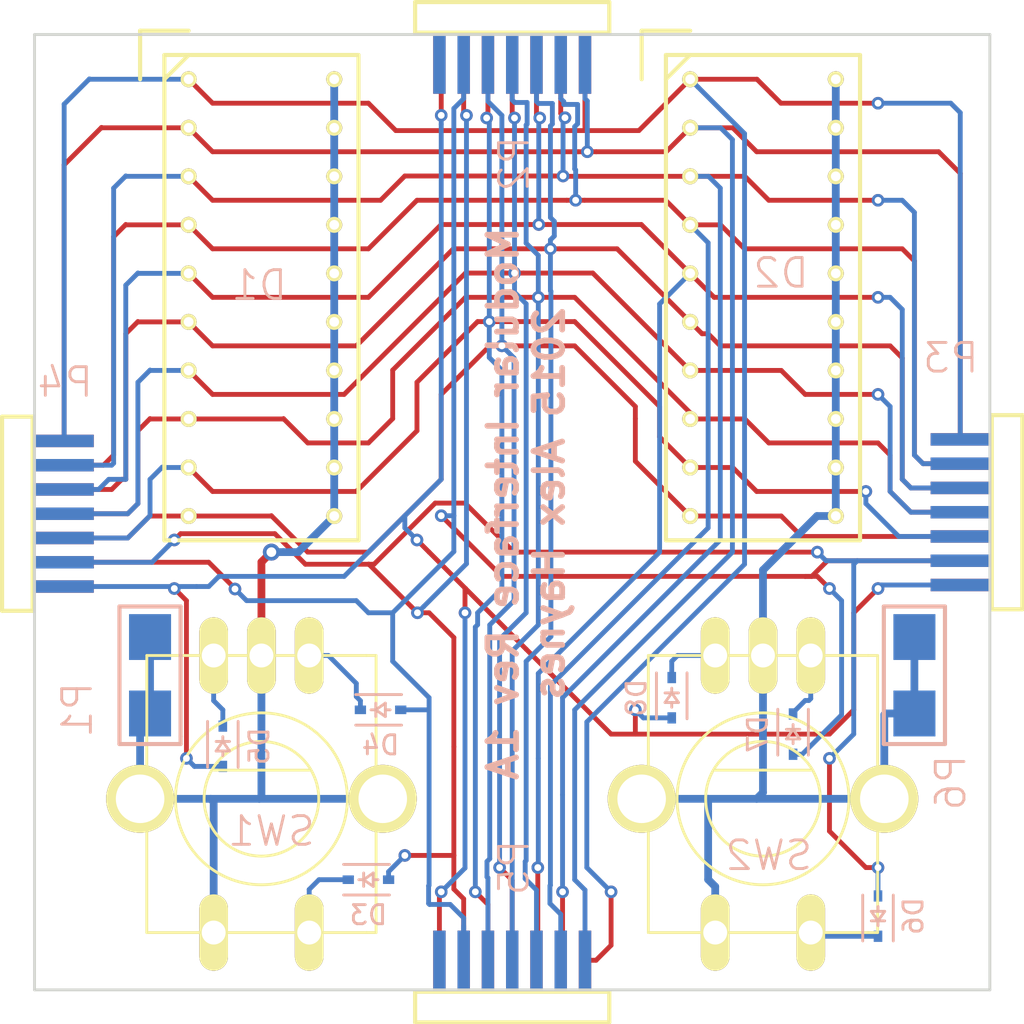
<source format=kicad_pcb>
(kicad_pcb (version 4) (host pcbnew 0.201511181331+6321~30~ubuntu14.04.1-product)

  (general
    (links 101)
    (no_connects 0)
    (area 93.9668 47.988849 152.011151 102.126724)
    (thickness 1.6)
    (drawings 5)
    (tracks 572)
    (zones 0)
    (modules 16)
    (nets 22)
  )

  (page A4)
  (layers
    (0 F.Cu signal)
    (31 B.Cu signal)
    (32 B.Adhes user)
    (33 F.Adhes user)
    (34 B.Paste user)
    (35 F.Paste user)
    (36 B.SilkS user)
    (37 F.SilkS user)
    (38 B.Mask user)
    (39 F.Mask user)
    (40 Dwgs.User user)
    (41 Cmts.User user)
    (42 Eco1.User user)
    (43 Eco2.User user)
    (44 Edge.Cuts user)
    (45 Margin user)
    (46 B.CrtYd user)
    (47 F.CrtYd user)
    (48 B.Fab user)
    (49 F.Fab user)
  )

  (setup
    (last_trace_width 0.254)
    (trace_clearance 0.2032)
    (zone_clearance 0.508)
    (zone_45_only no)
    (trace_min 0.2032)
    (segment_width 0.2)
    (edge_width 0.15)
    (via_size 0.6604)
    (via_drill 0.3556)
    (via_min_size 0.6604)
    (via_min_drill 0.3556)
    (uvia_size 0.3)
    (uvia_drill 0.1)
    (uvias_allowed no)
    (uvia_min_size 0)
    (uvia_min_drill 0)
    (pcb_text_width 0.3)
    (pcb_text_size 1.5 1.5)
    (mod_edge_width 0.15)
    (mod_text_size 1 1)
    (mod_text_width 0.15)
    (pad_size 1.524 1.524)
    (pad_drill 0.762)
    (pad_to_mask_clearance 0.0254)
    (aux_axis_origin 0 0)
    (grid_origin 107.95 52.324)
    (visible_elements FFFFFFFF)
    (pcbplotparams
      (layerselection 0x010f0_80000001)
      (usegerberextensions true)
      (excludeedgelayer true)
      (linewidth 1.000000)
      (plotframeref false)
      (viasonmask false)
      (mode 1)
      (useauxorigin false)
      (hpglpennumber 1)
      (hpglpenspeed 20)
      (hpglpendiameter 15)
      (hpglpenoverlay 2)
      (psnegative false)
      (psa4output false)
      (plotreference true)
      (plotvalue true)
      (plotinvisibletext false)
      (padsonsilk false)
      (subtractmaskfromsilk true)
      (outputformat 1)
      (mirror false)
      (drillshape 0)
      (scaleselection 1)
      (outputdirectory gerbers/))
  )

  (net 0 "")
  (net 1 /LED0)
  (net 2 /LED1)
  (net 3 /LED2)
  (net 4 /LED3)
  (net 5 /LED4)
  (net 6 /LED5)
  (net 7 /LED6)
  (net 8 /LED7)
  (net 9 /LED8)
  (net 10 /LED9)
  (net 11 /SW0)
  (net 12 /SW1)
  (net 13 /SW2)
  (net 14 /left_common)
  (net 15 /right_common)
  (net 16 "Net-(D3-Pad1)")
  (net 17 "Net-(D4-Pad1)")
  (net 18 "Net-(D5-Pad1)")
  (net 19 "Net-(D6-Pad1)")
  (net 20 "Net-(D7-Pad1)")
  (net 21 "Net-(D8-Pad1)")

  (net_class Default "This is the default net class."
    (clearance 0.2032)
    (trace_width 0.254)
    (via_dia 0.6604)
    (via_drill 0.3556)
    (uvia_dia 0.3)
    (uvia_drill 0.1)
    (add_net /LED0)
    (add_net /LED1)
    (add_net /LED2)
    (add_net /LED3)
    (add_net /LED4)
    (add_net /LED5)
    (add_net /LED6)
    (add_net /LED7)
    (add_net /LED8)
    (add_net /LED9)
    (add_net /SW0)
    (add_net /SW1)
    (add_net /SW2)
    (add_net "Net-(D3-Pad1)")
    (add_net "Net-(D4-Pad1)")
    (add_net "Net-(D5-Pad1)")
    (add_net "Net-(D6-Pad1)")
    (add_net "Net-(D7-Pad1)")
    (add_net "Net-(D8-Pad1)")
  )

  (net_class high_current ""
    (clearance 0.2032)
    (trace_width 0.4064)
    (via_dia 0.889)
    (via_drill 0.508)
    (uvia_dia 0.3)
    (uvia_drill 0.1)
    (add_net /left_common)
    (add_net /right_common)
  )

  (module Alex:10_LED_bargraph locked (layer F.Cu) (tedit 56443A74) (tstamp 56431007)
    (at 111.875 62.5)
    (path /56430EB8)
    (fp_text reference D1 (at -0.115 0.619) (layer B.SilkS)
      (effects (font (size 1.5 1.5) (thickness 0.15)) (justify mirror))
    )
    (fp_text value 10_LED_bargraph (at 0 1.27 90) (layer F.Fab) hide
      (effects (font (size 1.5 1.5) (thickness 0.15)))
    )
    (fp_line (start -6.35 -12.7) (end -6.35 -10.16) (layer F.SilkS) (width 0.2159))
    (fp_line (start -3.81 -12.7) (end -6.35 -12.7) (layer F.SilkS) (width 0.2159))
    (fp_line (start -5.08 -10.16) (end -3.81 -11.43) (layer F.SilkS) (width 0.2159))
    (fp_line (start -5.08 13.97) (end -5.08 0) (layer F.SilkS) (width 0.2159))
    (fp_line (start 5.08 13.97) (end -5.08 13.97) (layer F.SilkS) (width 0.2159))
    (fp_line (start 5.08 -11.43) (end 5.08 13.97) (layer F.SilkS) (width 0.2159))
    (fp_line (start -5.08 -11.43) (end 5.08 -11.43) (layer F.SilkS) (width 0.2159))
    (fp_line (start -5.08 0) (end -5.08 -11.43) (layer F.SilkS) (width 0.2159))
    (pad 1 thru_hole circle (at -3.81 -10.16) (size 0.8382 0.8382) (drill 0.508) (layers *.Cu *.Mask F.SilkS)
      (net 1 /LED0))
    (pad 2 thru_hole circle (at -3.81 -7.62) (size 0.8382 0.8382) (drill 0.508) (layers *.Cu *.Mask F.SilkS)
      (net 2 /LED1))
    (pad 3 thru_hole circle (at -3.81 -5.08) (size 0.8382 0.8382) (drill 0.508) (layers *.Cu *.Mask F.SilkS)
      (net 3 /LED2))
    (pad 4 thru_hole circle (at -3.81 -2.54) (size 0.8382 0.8382) (drill 0.508) (layers *.Cu *.Mask F.SilkS)
      (net 4 /LED3))
    (pad 5 thru_hole circle (at -3.81 0) (size 0.8382 0.8382) (drill 0.508) (layers *.Cu *.Mask F.SilkS)
      (net 5 /LED4))
    (pad 6 thru_hole circle (at -3.81 2.54) (size 0.8382 0.8382) (drill 0.508) (layers *.Cu *.Mask F.SilkS)
      (net 6 /LED5))
    (pad 7 thru_hole circle (at -3.81 5.08) (size 0.8382 0.8382) (drill 0.508) (layers *.Cu *.Mask F.SilkS)
      (net 7 /LED6))
    (pad 8 thru_hole circle (at -3.81 7.62) (size 0.8382 0.8382) (drill 0.508) (layers *.Cu *.Mask F.SilkS)
      (net 8 /LED7))
    (pad 9 thru_hole circle (at -3.81 10.16) (size 0.8382 0.8382) (drill 0.508) (layers *.Cu *.Mask F.SilkS)
      (net 9 /LED8))
    (pad 10 thru_hole circle (at -3.81 12.7) (size 0.8382 0.8382) (drill 0.508) (layers *.Cu *.Mask F.SilkS)
      (net 10 /LED9))
    (pad 11 thru_hole circle (at 3.81 12.7) (size 0.8382 0.8382) (drill 0.508) (layers *.Cu *.Mask F.SilkS)
      (net 14 /left_common))
    (pad 12 thru_hole circle (at 3.81 10.16) (size 0.8382 0.8382) (drill 0.508) (layers *.Cu *.Mask F.SilkS)
      (net 14 /left_common))
    (pad 13 thru_hole circle (at 3.81 7.62) (size 0.8382 0.8382) (drill 0.508) (layers *.Cu *.Mask F.SilkS)
      (net 14 /left_common))
    (pad 14 thru_hole circle (at 3.81 5.08) (size 0.8382 0.8382) (drill 0.508) (layers *.Cu *.Mask F.SilkS)
      (net 14 /left_common))
    (pad 15 thru_hole circle (at 3.81 2.54) (size 0.8382 0.8382) (drill 0.508) (layers *.Cu *.Mask F.SilkS)
      (net 14 /left_common))
    (pad 16 thru_hole circle (at 3.81 0) (size 0.8382 0.8382) (drill 0.508) (layers *.Cu *.Mask F.SilkS)
      (net 14 /left_common))
    (pad 17 thru_hole circle (at 3.81 -2.54) (size 0.8382 0.8382) (drill 0.508) (layers *.Cu *.Mask F.SilkS)
      (net 14 /left_common))
    (pad 18 thru_hole circle (at 3.81 -5.08) (size 0.8382 0.8382) (drill 0.508) (layers *.Cu *.Mask F.SilkS)
      (net 14 /left_common))
    (pad 19 thru_hole circle (at 3.81 -7.62) (size 0.8382 0.8382) (drill 0.508) (layers *.Cu *.Mask F.SilkS)
      (net 14 /left_common))
    (pad 20 thru_hole circle (at 3.81 -10.16) (size 0.8382 0.8382) (drill 0.508) (layers *.Cu *.Mask F.SilkS)
      (net 14 /left_common))
  )

  (module Alex:10_LED_bargraph locked (layer F.Cu) (tedit 56443B04) (tstamp 56431027)
    (at 138.125 62.5)
    (path /564332B1)
    (fp_text reference D2 (at 0.94 -0.016) (layer B.SilkS)
      (effects (font (size 1.5 1.5) (thickness 0.15)) (justify mirror))
    )
    (fp_text value 10_LED_bargraph (at 0 1.27 90) (layer F.Fab) hide
      (effects (font (size 1.5 1.5) (thickness 0.15)))
    )
    (fp_line (start -6.35 -12.7) (end -6.35 -10.16) (layer F.SilkS) (width 0.2159))
    (fp_line (start -3.81 -12.7) (end -6.35 -12.7) (layer F.SilkS) (width 0.2159))
    (fp_line (start -5.08 -10.16) (end -3.81 -11.43) (layer F.SilkS) (width 0.2159))
    (fp_line (start -5.08 13.97) (end -5.08 0) (layer F.SilkS) (width 0.2159))
    (fp_line (start 5.08 13.97) (end -5.08 13.97) (layer F.SilkS) (width 0.2159))
    (fp_line (start 5.08 -11.43) (end 5.08 13.97) (layer F.SilkS) (width 0.2159))
    (fp_line (start -5.08 -11.43) (end 5.08 -11.43) (layer F.SilkS) (width 0.2159))
    (fp_line (start -5.08 0) (end -5.08 -11.43) (layer F.SilkS) (width 0.2159))
    (pad 1 thru_hole circle (at -3.81 -10.16) (size 0.8382 0.8382) (drill 0.508) (layers *.Cu *.Mask F.SilkS)
      (net 1 /LED0))
    (pad 2 thru_hole circle (at -3.81 -7.62) (size 0.8382 0.8382) (drill 0.508) (layers *.Cu *.Mask F.SilkS)
      (net 2 /LED1))
    (pad 3 thru_hole circle (at -3.81 -5.08) (size 0.8382 0.8382) (drill 0.508) (layers *.Cu *.Mask F.SilkS)
      (net 3 /LED2))
    (pad 4 thru_hole circle (at -3.81 -2.54) (size 0.8382 0.8382) (drill 0.508) (layers *.Cu *.Mask F.SilkS)
      (net 4 /LED3))
    (pad 5 thru_hole circle (at -3.81 0) (size 0.8382 0.8382) (drill 0.508) (layers *.Cu *.Mask F.SilkS)
      (net 5 /LED4))
    (pad 6 thru_hole circle (at -3.81 2.54) (size 0.8382 0.8382) (drill 0.508) (layers *.Cu *.Mask F.SilkS)
      (net 6 /LED5))
    (pad 7 thru_hole circle (at -3.81 5.08) (size 0.8382 0.8382) (drill 0.508) (layers *.Cu *.Mask F.SilkS)
      (net 7 /LED6))
    (pad 8 thru_hole circle (at -3.81 7.62) (size 0.8382 0.8382) (drill 0.508) (layers *.Cu *.Mask F.SilkS)
      (net 8 /LED7))
    (pad 9 thru_hole circle (at -3.81 10.16) (size 0.8382 0.8382) (drill 0.508) (layers *.Cu *.Mask F.SilkS)
      (net 9 /LED8))
    (pad 10 thru_hole circle (at -3.81 12.7) (size 0.8382 0.8382) (drill 0.508) (layers *.Cu *.Mask F.SilkS)
      (net 10 /LED9))
    (pad 11 thru_hole circle (at 3.81 12.7) (size 0.8382 0.8382) (drill 0.508) (layers *.Cu *.Mask F.SilkS)
      (net 15 /right_common))
    (pad 12 thru_hole circle (at 3.81 10.16) (size 0.8382 0.8382) (drill 0.508) (layers *.Cu *.Mask F.SilkS)
      (net 15 /right_common))
    (pad 13 thru_hole circle (at 3.81 7.62) (size 0.8382 0.8382) (drill 0.508) (layers *.Cu *.Mask F.SilkS)
      (net 15 /right_common))
    (pad 14 thru_hole circle (at 3.81 5.08) (size 0.8382 0.8382) (drill 0.508) (layers *.Cu *.Mask F.SilkS)
      (net 15 /right_common))
    (pad 15 thru_hole circle (at 3.81 2.54) (size 0.8382 0.8382) (drill 0.508) (layers *.Cu *.Mask F.SilkS)
      (net 15 /right_common))
    (pad 16 thru_hole circle (at 3.81 0) (size 0.8382 0.8382) (drill 0.508) (layers *.Cu *.Mask F.SilkS)
      (net 15 /right_common))
    (pad 17 thru_hole circle (at 3.81 -2.54) (size 0.8382 0.8382) (drill 0.508) (layers *.Cu *.Mask F.SilkS)
      (net 15 /right_common))
    (pad 18 thru_hole circle (at 3.81 -5.08) (size 0.8382 0.8382) (drill 0.508) (layers *.Cu *.Mask F.SilkS)
      (net 15 /right_common))
    (pad 19 thru_hole circle (at 3.81 -7.62) (size 0.8382 0.8382) (drill 0.508) (layers *.Cu *.Mask F.SilkS)
      (net 15 /right_common))
    (pad 20 thru_hole circle (at 3.81 -10.16) (size 0.8382 0.8382) (drill 0.508) (layers *.Cu *.Mask F.SilkS)
      (net 15 /right_common))
  )

  (module Alex:FCI_2x7_header_edge_config locked (layer F.Cu) (tedit 56443AE3) (tstamp 56431043)
    (at 125 51.55 270)
    (path /56431F4A)
    (fp_text reference P2 (at 5.219 -0.095 270) (layer B.SilkS)
      (effects (font (size 1.5 1.5) (thickness 0.15)) (justify mirror))
    )
    (fp_text value 20021111-00014T4LF (at 33.02 -5.08 270) (layer F.Fab) hide
      (effects (font (size 1.5 1.5) (thickness 0.15)))
    )
    (fp_line (start -3.25 5.08) (end -3.25 -5.08) (layer F.SilkS) (width 0.2159))
    (fp_line (start -1.65 -5.08) (end -1.65 5.08) (layer F.SilkS) (width 0.2159))
    (fp_line (start -1.65 -5.08) (end -3.25 -5.08) (layer F.SilkS) (width 0.2159))
    (fp_line (start -1.65 5.08) (end -3.25 5.08) (layer F.SilkS) (width 0.2159))
    (pad 1 smd rect (at 0 -3.81 90) (size 3.1 0.65) (layers B.Cu B.Paste B.Mask)
      (net 2 /LED1))
    (pad 2 smd rect (at 0 -3.81 270) (size 3.1 0.65) (layers F.Cu F.Paste F.Mask)
      (net 1 /LED0))
    (pad 3 smd rect (at 0 -2.54 90) (size 3.1 0.65) (layers B.Cu B.Paste B.Mask)
      (net 4 /LED3))
    (pad 4 smd rect (at 0 -2.54 270) (size 3.1 0.65) (layers F.Cu F.Paste F.Mask)
      (net 3 /LED2))
    (pad 5 smd rect (at 0 -1.27 90) (size 3.1 0.65) (layers B.Cu B.Paste B.Mask)
      (net 6 /LED5))
    (pad 6 smd rect (at 0 -1.27 270) (size 3.1 0.65) (layers F.Cu F.Paste F.Mask)
      (net 5 /LED4))
    (pad 7 smd rect (at 0 0 90) (size 3.1 0.65) (layers B.Cu B.Paste B.Mask)
      (net 8 /LED7))
    (pad 8 smd rect (at 0 0 270) (size 3.1 0.65) (layers F.Cu F.Paste F.Mask)
      (net 7 /LED6))
    (pad 9 smd rect (at 0 1.27 90) (size 3.1 0.65) (layers B.Cu B.Paste B.Mask)
      (net 10 /LED9))
    (pad 10 smd rect (at 0 1.27 270) (size 3.1 0.65) (layers F.Cu F.Paste F.Mask)
      (net 9 /LED8))
    (pad 11 smd rect (at 0 2.54 90) (size 3.1 0.65) (layers B.Cu B.Paste B.Mask)
      (net 12 /SW1))
    (pad 12 smd rect (at 0 2.54 270) (size 3.1 0.65) (layers F.Cu F.Paste F.Mask)
      (net 11 /SW0))
    (pad 13 smd rect (at 0 3.81 90) (size 3.1 0.65) (layers B.Cu B.Paste B.Mask))
    (pad 14 smd rect (at 0 3.81 270) (size 3.1 0.65) (layers F.Cu F.Paste F.Mask)
      (net 13 /SW2))
  )

  (module Alex:FCI_2x7_header_edge_config locked (layer F.Cu) (tedit 56443A8F) (tstamp 56431059)
    (at 148.45 75 180)
    (path /564323F6)
    (fp_text reference P3 (at 0.495 8.071 180) (layer B.SilkS)
      (effects (font (size 1.5 1.5) (thickness 0.15)) (justify mirror))
    )
    (fp_text value 20021111-00014T4LF (at 33.02 -5.08 180) (layer F.Fab) hide
      (effects (font (size 1.5 1.5) (thickness 0.15)))
    )
    (fp_line (start -3.25 5.08) (end -3.25 -5.08) (layer F.SilkS) (width 0.2159))
    (fp_line (start -1.65 -5.08) (end -1.65 5.08) (layer F.SilkS) (width 0.2159))
    (fp_line (start -1.65 -5.08) (end -3.25 -5.08) (layer F.SilkS) (width 0.2159))
    (fp_line (start -1.65 5.08) (end -3.25 5.08) (layer F.SilkS) (width 0.2159))
    (pad 1 smd rect (at 0 -3.81) (size 3.1 0.65) (layers B.Cu B.Paste B.Mask)
      (net 13 /SW2))
    (pad 2 smd rect (at 0 -3.81 180) (size 3.1 0.65) (layers F.Cu F.Paste F.Mask))
    (pad 3 smd rect (at 0 -2.54) (size 3.1 0.65) (layers B.Cu B.Paste B.Mask)
      (net 11 /SW0))
    (pad 4 smd rect (at 0 -2.54 180) (size 3.1 0.65) (layers F.Cu F.Paste F.Mask)
      (net 12 /SW1))
    (pad 5 smd rect (at 0 -1.27) (size 3.1 0.65) (layers B.Cu B.Paste B.Mask)
      (net 9 /LED8))
    (pad 6 smd rect (at 0 -1.27 180) (size 3.1 0.65) (layers F.Cu F.Paste F.Mask)
      (net 10 /LED9))
    (pad 7 smd rect (at 0 0) (size 3.1 0.65) (layers B.Cu B.Paste B.Mask)
      (net 7 /LED6))
    (pad 8 smd rect (at 0 0 180) (size 3.1 0.65) (layers F.Cu F.Paste F.Mask)
      (net 8 /LED7))
    (pad 9 smd rect (at 0 1.27) (size 3.1 0.65) (layers B.Cu B.Paste B.Mask)
      (net 5 /LED4))
    (pad 10 smd rect (at 0 1.27 180) (size 3.1 0.65) (layers F.Cu F.Paste F.Mask)
      (net 6 /LED5))
    (pad 11 smd rect (at 0 2.54) (size 3.1 0.65) (layers B.Cu B.Paste B.Mask)
      (net 3 /LED2))
    (pad 12 smd rect (at 0 2.54 180) (size 3.1 0.65) (layers F.Cu F.Paste F.Mask)
      (net 4 /LED3))
    (pad 13 smd rect (at 0 3.81) (size 3.1 0.65) (layers B.Cu B.Paste B.Mask)
      (net 1 /LED0))
    (pad 14 smd rect (at 0 3.81 180) (size 3.1 0.65) (layers F.Cu F.Paste F.Mask)
      (net 2 /LED1))
  )

  (module Alex:FCI_2x7_header_edge_config locked (layer F.Cu) (tedit 56443ACB) (tstamp 5643106F)
    (at 101.55 75.08)
    (path /564322FD)
    (fp_text reference P4 (at 0.05 -6.881) (layer B.SilkS)
      (effects (font (size 1.5 1.5) (thickness 0.15)) (justify mirror))
    )
    (fp_text value 20021111-00014T4LF (at 33.02 -5.08) (layer F.Fab) hide
      (effects (font (size 1.5 1.5) (thickness 0.15)))
    )
    (fp_line (start -3.25 5.08) (end -3.25 -5.08) (layer F.SilkS) (width 0.2159))
    (fp_line (start -1.65 -5.08) (end -1.65 5.08) (layer F.SilkS) (width 0.2159))
    (fp_line (start -1.65 -5.08) (end -3.25 -5.08) (layer F.SilkS) (width 0.2159))
    (fp_line (start -1.65 5.08) (end -3.25 5.08) (layer F.SilkS) (width 0.2159))
    (pad 1 smd rect (at 0 -3.81 180) (size 3.1 0.65) (layers B.Cu B.Paste B.Mask)
      (net 1 /LED0))
    (pad 2 smd rect (at 0 -3.81) (size 3.1 0.65) (layers F.Cu F.Paste F.Mask)
      (net 2 /LED1))
    (pad 3 smd rect (at 0 -2.54 180) (size 3.1 0.65) (layers B.Cu B.Paste B.Mask)
      (net 3 /LED2))
    (pad 4 smd rect (at 0 -2.54) (size 3.1 0.65) (layers F.Cu F.Paste F.Mask)
      (net 4 /LED3))
    (pad 5 smd rect (at 0 -1.27 180) (size 3.1 0.65) (layers B.Cu B.Paste B.Mask)
      (net 5 /LED4))
    (pad 6 smd rect (at 0 -1.27) (size 3.1 0.65) (layers F.Cu F.Paste F.Mask)
      (net 6 /LED5))
    (pad 7 smd rect (at 0 0 180) (size 3.1 0.65) (layers B.Cu B.Paste B.Mask)
      (net 7 /LED6))
    (pad 8 smd rect (at 0 0) (size 3.1 0.65) (layers F.Cu F.Paste F.Mask)
      (net 8 /LED7))
    (pad 9 smd rect (at 0 1.27 180) (size 3.1 0.65) (layers B.Cu B.Paste B.Mask)
      (net 9 /LED8))
    (pad 10 smd rect (at 0 1.27) (size 3.1 0.65) (layers F.Cu F.Paste F.Mask)
      (net 10 /LED9))
    (pad 11 smd rect (at 0 2.54 180) (size 3.1 0.65) (layers B.Cu B.Paste B.Mask)
      (net 11 /SW0))
    (pad 12 smd rect (at 0 2.54) (size 3.1 0.65) (layers F.Cu F.Paste F.Mask)
      (net 12 /SW1))
    (pad 13 smd rect (at 0 3.81 180) (size 3.1 0.65) (layers B.Cu B.Paste B.Mask)
      (net 13 /SW2))
    (pad 14 smd rect (at 0 3.81) (size 3.1 0.65) (layers F.Cu F.Paste F.Mask))
  )

  (module Alex:FCI_2x7_header_edge_config locked (layer F.Cu) (tedit 56443AA8) (tstamp 56431085)
    (at 125 98.45 90)
    (path /5643240A)
    (fp_text reference P5 (at 4.851 0.095 90) (layer B.SilkS)
      (effects (font (size 1.5 1.5) (thickness 0.15)) (justify mirror))
    )
    (fp_text value 20021111-00014T4LF (at 33.02 -5.08 90) (layer F.Fab) hide
      (effects (font (size 1.5 1.5) (thickness 0.15)))
    )
    (fp_line (start -3.25 5.08) (end -3.25 -5.08) (layer F.SilkS) (width 0.2159))
    (fp_line (start -1.65 -5.08) (end -1.65 5.08) (layer F.SilkS) (width 0.2159))
    (fp_line (start -1.65 -5.08) (end -3.25 -5.08) (layer F.SilkS) (width 0.2159))
    (fp_line (start -1.65 5.08) (end -3.25 5.08) (layer F.SilkS) (width 0.2159))
    (pad 1 smd rect (at 0 -3.81 270) (size 3.1 0.65) (layers B.Cu B.Paste B.Mask))
    (pad 2 smd rect (at 0 -3.81 90) (size 3.1 0.65) (layers F.Cu F.Paste F.Mask)
      (net 13 /SW2))
    (pad 3 smd rect (at 0 -2.54 270) (size 3.1 0.65) (layers B.Cu B.Paste B.Mask)
      (net 12 /SW1))
    (pad 4 smd rect (at 0 -2.54 90) (size 3.1 0.65) (layers F.Cu F.Paste F.Mask)
      (net 11 /SW0))
    (pad 5 smd rect (at 0 -1.27 270) (size 3.1 0.65) (layers B.Cu B.Paste B.Mask)
      (net 10 /LED9))
    (pad 6 smd rect (at 0 -1.27 90) (size 3.1 0.65) (layers F.Cu F.Paste F.Mask)
      (net 9 /LED8))
    (pad 7 smd rect (at 0 0 270) (size 3.1 0.65) (layers B.Cu B.Paste B.Mask)
      (net 8 /LED7))
    (pad 8 smd rect (at 0 0 90) (size 3.1 0.65) (layers F.Cu F.Paste F.Mask)
      (net 7 /LED6))
    (pad 9 smd rect (at 0 1.27 270) (size 3.1 0.65) (layers B.Cu B.Paste B.Mask)
      (net 6 /LED5))
    (pad 10 smd rect (at 0 1.27 90) (size 3.1 0.65) (layers F.Cu F.Paste F.Mask)
      (net 5 /LED4))
    (pad 11 smd rect (at 0 2.54 270) (size 3.1 0.65) (layers B.Cu B.Paste B.Mask)
      (net 4 /LED3))
    (pad 12 smd rect (at 0 2.54 90) (size 3.1 0.65) (layers F.Cu F.Paste F.Mask)
      (net 3 /LED2))
    (pad 13 smd rect (at 0 3.81 270) (size 3.1 0.65) (layers B.Cu B.Paste B.Mask)
      (net 2 /LED1))
    (pad 14 smd rect (at 0 3.81 90) (size 3.1 0.65) (layers F.Cu F.Paste F.Mask)
      (net 1 /LED0))
  )

  (module Alex:Bourns_pec12R locked (layer F.Cu) (tedit 56443B43) (tstamp 5643109A)
    (at 111.875 90 180)
    (path /56432C29)
    (fp_text reference SW1 (at -0.52 -1.694 180) (layer B.SilkS)
      (effects (font (size 1.5 1.5) (thickness 0.15)) (justify mirror))
    )
    (fp_text value PEC11 (at 0 15 180) (layer F.SilkS) hide
      (effects (font (size 1.5 1.5) (thickness 0.15)))
    )
    (fp_line (start 0 1.5) (end -2.5 1.5) (layer F.SilkS) (width 0.15))
    (fp_line (start 0 1.5) (end 2.5 1.5) (layer F.SilkS) (width 0.15))
    (fp_circle (center 0 0) (end 4.5 0) (layer F.SilkS) (width 0.15))
    (fp_circle (center 0 0) (end 3 0) (layer F.SilkS) (width 0.15))
    (fp_line (start -5.5 -7) (end -6 -7) (layer F.SilkS) (width 0.15))
    (fp_line (start -5.5 7.5) (end -6 7.5) (layer F.SilkS) (width 0.15))
    (fp_line (start -5.5 7.5) (end 6 7.5) (layer F.SilkS) (width 0.15))
    (fp_line (start 6 7.5) (end 6 -7) (layer F.SilkS) (width 0.15))
    (fp_line (start 6 -7) (end -5.5 -7) (layer F.SilkS) (width 0.15))
    (fp_line (start -6 -7) (end -6 7.5) (layer F.SilkS) (width 0.15))
    (pad 3 thru_hole oval (at -2.5 7.5 180) (size 1.5 4) (drill 1.25) (layers *.Cu *.Mask F.SilkS)
      (net 17 "Net-(D4-Pad1)"))
    (pad 4 thru_hole oval (at 0 7.5 180) (size 1.5 4) (drill 1.25) (layers *.Cu *.Mask F.SilkS)
      (net 14 /left_common))
    (pad 5 thru_hole oval (at 2.5 7.5 180) (size 1.5 4) (drill 1.25) (layers *.Cu *.Mask F.SilkS)
      (net 18 "Net-(D5-Pad1)"))
    (pad 1 thru_hole oval (at -2.5 -7 180) (size 1.5 4) (drill 1.25) (layers *.Cu *.Mask F.SilkS)
      (net 16 "Net-(D3-Pad1)"))
    (pad 2 thru_hole oval (at 2.5 -7 180) (size 1.5 4) (drill 1.25) (layers *.Cu *.Mask F.SilkS)
      (net 14 /left_common))
    (pad 7 thru_hole circle (at -6.35 0 180) (size 3.556 3.556) (drill 2.54) (layers *.Cu *.Mask F.SilkS)
      (net 14 /left_common))
    (pad 6 thru_hole circle (at 6.35 0 180) (size 3.556 3.556) (drill 2.54) (layers *.Cu *.Mask F.SilkS)
      (net 14 /left_common))
  )

  (module Alex:Bourns_pec12R locked (layer F.Cu) (tedit 56443B22) (tstamp 564310AF)
    (at 138.125 90 180)
    (path /564332D7)
    (fp_text reference SW2 (at -0.305 -2.964 180) (layer B.SilkS)
      (effects (font (size 1.5 1.5) (thickness 0.15)) (justify mirror))
    )
    (fp_text value PEC11 (at 0 10.16 180) (layer F.SilkS) hide
      (effects (font (size 1.5 1.5) (thickness 0.15)))
    )
    (fp_line (start 0 1.5) (end -2.5 1.5) (layer F.SilkS) (width 0.15))
    (fp_line (start 0 1.5) (end 2.5 1.5) (layer F.SilkS) (width 0.15))
    (fp_circle (center 0 0) (end 4.5 0) (layer F.SilkS) (width 0.15))
    (fp_circle (center 0 0) (end 3 0) (layer F.SilkS) (width 0.15))
    (fp_line (start -5.5 -7) (end -6 -7) (layer F.SilkS) (width 0.15))
    (fp_line (start -5.5 7.5) (end -6 7.5) (layer F.SilkS) (width 0.15))
    (fp_line (start -5.5 7.5) (end 6 7.5) (layer F.SilkS) (width 0.15))
    (fp_line (start 6 7.5) (end 6 -7) (layer F.SilkS) (width 0.15))
    (fp_line (start 6 -7) (end -5.5 -7) (layer F.SilkS) (width 0.15))
    (fp_line (start -6 -7) (end -6 7.5) (layer F.SilkS) (width 0.15))
    (pad 3 thru_hole oval (at -2.5 7.5 180) (size 1.5 4) (drill 1.25) (layers *.Cu *.Mask F.SilkS)
      (net 20 "Net-(D7-Pad1)"))
    (pad 4 thru_hole oval (at 0 7.5 180) (size 1.5 4) (drill 1.25) (layers *.Cu *.Mask F.SilkS)
      (net 15 /right_common))
    (pad 5 thru_hole oval (at 2.5 7.5 180) (size 1.5 4) (drill 1.25) (layers *.Cu *.Mask F.SilkS)
      (net 21 "Net-(D8-Pad1)"))
    (pad 1 thru_hole oval (at -2.5 -7 180) (size 1.5 4) (drill 1.25) (layers *.Cu *.Mask F.SilkS)
      (net 19 "Net-(D6-Pad1)"))
    (pad 2 thru_hole oval (at 2.5 -7 180) (size 1.5 4) (drill 1.25) (layers *.Cu *.Mask F.SilkS)
      (net 15 /right_common))
    (pad 7 thru_hole circle (at -6.35 0 180) (size 3.556 3.556) (drill 2.54) (layers *.Cu *.Mask F.SilkS)
      (net 15 /right_common))
    (pad 6 thru_hole circle (at 6.35 0 180) (size 3.556 3.556) (drill 2.54) (layers *.Cu *.Mask F.SilkS)
      (net 15 /right_common))
  )

  (module Diodes_SMD:SOD-323 (layer B.Cu) (tedit 5644379A) (tstamp 56443EE7)
    (at 117.475 94.234)
    (descr SOD-323)
    (tags SOD-323)
    (path /564439BD)
    (attr smd)
    (fp_text reference D3 (at 0 1.85) (layer B.SilkS)
      (effects (font (size 1 1) (thickness 0.15)) (justify mirror))
    )
    (fp_text value BAT54WS-E318 (at 0.1 -1.9) (layer B.Fab) hide
      (effects (font (size 1 1) (thickness 0.15)) (justify mirror))
    )
    (fp_line (start 0.25 0) (end 0.5 0) (layer B.SilkS) (width 0.15))
    (fp_line (start -0.25 0) (end -0.5 0) (layer B.SilkS) (width 0.15))
    (fp_line (start -0.25 0) (end 0.25 0.35) (layer B.SilkS) (width 0.15))
    (fp_line (start 0.25 0.35) (end 0.25 -0.35) (layer B.SilkS) (width 0.15))
    (fp_line (start 0.25 -0.35) (end -0.25 0) (layer B.SilkS) (width 0.15))
    (fp_line (start -0.25 0.35) (end -0.25 -0.35) (layer B.SilkS) (width 0.15))
    (fp_line (start -1.5 0.95) (end 1.5 0.95) (layer B.CrtYd) (width 0.05))
    (fp_line (start 1.5 0.95) (end 1.5 -0.95) (layer B.CrtYd) (width 0.05))
    (fp_line (start -1.5 -0.95) (end 1.5 -0.95) (layer B.CrtYd) (width 0.05))
    (fp_line (start -1.5 0.95) (end -1.5 -0.95) (layer B.CrtYd) (width 0.05))
    (fp_line (start -1.3 -0.8) (end 1.1 -0.8) (layer B.SilkS) (width 0.15))
    (fp_line (start -1.3 0.8) (end 1.1 0.8) (layer B.SilkS) (width 0.15))
    (pad 1 smd rect (at -1.055 0) (size 0.59 0.45) (layers B.Cu B.Paste B.Mask)
      (net 16 "Net-(D3-Pad1)"))
    (pad 2 smd rect (at 1.055 0) (size 0.59 0.45) (layers B.Cu B.Paste B.Mask)
      (net 11 /SW0))
  )

  (module Diodes_SMD:SOD-323 (layer B.Cu) (tedit 56443787) (tstamp 56443EED)
    (at 118.11 85.344)
    (descr SOD-323)
    (tags SOD-323)
    (path /564439C3)
    (attr smd)
    (fp_text reference D4 (at 0 1.85) (layer B.SilkS)
      (effects (font (size 1 1) (thickness 0.15)) (justify mirror))
    )
    (fp_text value BAT54WS-E318 (at 0.1 -1.9) (layer B.Fab) hide
      (effects (font (size 1 1) (thickness 0.15)) (justify mirror))
    )
    (fp_line (start 0.25 0) (end 0.5 0) (layer B.SilkS) (width 0.15))
    (fp_line (start -0.25 0) (end -0.5 0) (layer B.SilkS) (width 0.15))
    (fp_line (start -0.25 0) (end 0.25 0.35) (layer B.SilkS) (width 0.15))
    (fp_line (start 0.25 0.35) (end 0.25 -0.35) (layer B.SilkS) (width 0.15))
    (fp_line (start 0.25 -0.35) (end -0.25 0) (layer B.SilkS) (width 0.15))
    (fp_line (start -0.25 0.35) (end -0.25 -0.35) (layer B.SilkS) (width 0.15))
    (fp_line (start -1.5 0.95) (end 1.5 0.95) (layer B.CrtYd) (width 0.05))
    (fp_line (start 1.5 0.95) (end 1.5 -0.95) (layer B.CrtYd) (width 0.05))
    (fp_line (start -1.5 -0.95) (end 1.5 -0.95) (layer B.CrtYd) (width 0.05))
    (fp_line (start -1.5 0.95) (end -1.5 -0.95) (layer B.CrtYd) (width 0.05))
    (fp_line (start -1.3 -0.8) (end 1.1 -0.8) (layer B.SilkS) (width 0.15))
    (fp_line (start -1.3 0.8) (end 1.1 0.8) (layer B.SilkS) (width 0.15))
    (pad 1 smd rect (at -1.055 0) (size 0.59 0.45) (layers B.Cu B.Paste B.Mask)
      (net 17 "Net-(D4-Pad1)"))
    (pad 2 smd rect (at 1.055 0) (size 0.59 0.45) (layers B.Cu B.Paste B.Mask)
      (net 12 /SW1))
  )

  (module Diodes_SMD:SOD-323 (layer B.Cu) (tedit 5644379E) (tstamp 56443EF3)
    (at 109.855 87.249 270)
    (descr SOD-323)
    (tags SOD-323)
    (path /564439C9)
    (attr smd)
    (fp_text reference D5 (at 0 -1.905 270) (layer B.SilkS)
      (effects (font (size 1 1) (thickness 0.15)) (justify mirror))
    )
    (fp_text value BAT54WS-E318 (at 0.1 -1.9 270) (layer B.Fab) hide
      (effects (font (size 1 1) (thickness 0.15)) (justify mirror))
    )
    (fp_line (start 0.25 0) (end 0.5 0) (layer B.SilkS) (width 0.15))
    (fp_line (start -0.25 0) (end -0.5 0) (layer B.SilkS) (width 0.15))
    (fp_line (start -0.25 0) (end 0.25 0.35) (layer B.SilkS) (width 0.15))
    (fp_line (start 0.25 0.35) (end 0.25 -0.35) (layer B.SilkS) (width 0.15))
    (fp_line (start 0.25 -0.35) (end -0.25 0) (layer B.SilkS) (width 0.15))
    (fp_line (start -0.25 0.35) (end -0.25 -0.35) (layer B.SilkS) (width 0.15))
    (fp_line (start -1.5 0.95) (end 1.5 0.95) (layer B.CrtYd) (width 0.05))
    (fp_line (start 1.5 0.95) (end 1.5 -0.95) (layer B.CrtYd) (width 0.05))
    (fp_line (start -1.5 -0.95) (end 1.5 -0.95) (layer B.CrtYd) (width 0.05))
    (fp_line (start -1.5 0.95) (end -1.5 -0.95) (layer B.CrtYd) (width 0.05))
    (fp_line (start -1.3 -0.8) (end 1.1 -0.8) (layer B.SilkS) (width 0.15))
    (fp_line (start -1.3 0.8) (end 1.1 0.8) (layer B.SilkS) (width 0.15))
    (pad 1 smd rect (at -1.055 0 270) (size 0.59 0.45) (layers B.Cu B.Paste B.Mask)
      (net 18 "Net-(D5-Pad1)"))
    (pad 2 smd rect (at 1.055 0 270) (size 0.59 0.45) (layers B.Cu B.Paste B.Mask)
      (net 13 /SW2))
  )

  (module Diodes_SMD:SOD-323 (layer B.Cu) (tedit 56443781) (tstamp 56443EF9)
    (at 144.145 96.139 90)
    (descr SOD-323)
    (tags SOD-323)
    (path /564434B5)
    (attr smd)
    (fp_text reference D6 (at 0 1.85 90) (layer B.SilkS)
      (effects (font (size 1 1) (thickness 0.15)) (justify mirror))
    )
    (fp_text value BAT54WS-E318 (at 0.1 -1.9 90) (layer B.Fab) hide
      (effects (font (size 1 1) (thickness 0.15)) (justify mirror))
    )
    (fp_line (start 0.25 0) (end 0.5 0) (layer B.SilkS) (width 0.15))
    (fp_line (start -0.25 0) (end -0.5 0) (layer B.SilkS) (width 0.15))
    (fp_line (start -0.25 0) (end 0.25 0.35) (layer B.SilkS) (width 0.15))
    (fp_line (start 0.25 0.35) (end 0.25 -0.35) (layer B.SilkS) (width 0.15))
    (fp_line (start 0.25 -0.35) (end -0.25 0) (layer B.SilkS) (width 0.15))
    (fp_line (start -0.25 0.35) (end -0.25 -0.35) (layer B.SilkS) (width 0.15))
    (fp_line (start -1.5 0.95) (end 1.5 0.95) (layer B.CrtYd) (width 0.05))
    (fp_line (start 1.5 0.95) (end 1.5 -0.95) (layer B.CrtYd) (width 0.05))
    (fp_line (start -1.5 -0.95) (end 1.5 -0.95) (layer B.CrtYd) (width 0.05))
    (fp_line (start -1.5 0.95) (end -1.5 -0.95) (layer B.CrtYd) (width 0.05))
    (fp_line (start -1.3 -0.8) (end 1.1 -0.8) (layer B.SilkS) (width 0.15))
    (fp_line (start -1.3 0.8) (end 1.1 0.8) (layer B.SilkS) (width 0.15))
    (pad 1 smd rect (at -1.055 0 90) (size 0.59 0.45) (layers B.Cu B.Paste B.Mask)
      (net 19 "Net-(D6-Pad1)"))
    (pad 2 smd rect (at 1.055 0 90) (size 0.59 0.45) (layers B.Cu B.Paste B.Mask)
      (net 11 /SW0))
  )

  (module Diodes_SMD:SOD-323 (layer B.Cu) (tedit 56443797) (tstamp 56443EFF)
    (at 139.7 86.614 270)
    (descr SOD-323)
    (tags SOD-323)
    (path /56443659)
    (attr smd)
    (fp_text reference D7 (at 0 1.85 270) (layer B.SilkS)
      (effects (font (size 1 1) (thickness 0.15)) (justify mirror))
    )
    (fp_text value BAT54WS-E318 (at 0.1 -1.9 270) (layer B.Fab) hide
      (effects (font (size 1 1) (thickness 0.15)) (justify mirror))
    )
    (fp_line (start 0.25 0) (end 0.5 0) (layer B.SilkS) (width 0.15))
    (fp_line (start -0.25 0) (end -0.5 0) (layer B.SilkS) (width 0.15))
    (fp_line (start -0.25 0) (end 0.25 0.35) (layer B.SilkS) (width 0.15))
    (fp_line (start 0.25 0.35) (end 0.25 -0.35) (layer B.SilkS) (width 0.15))
    (fp_line (start 0.25 -0.35) (end -0.25 0) (layer B.SilkS) (width 0.15))
    (fp_line (start -0.25 0.35) (end -0.25 -0.35) (layer B.SilkS) (width 0.15))
    (fp_line (start -1.5 0.95) (end 1.5 0.95) (layer B.CrtYd) (width 0.05))
    (fp_line (start 1.5 0.95) (end 1.5 -0.95) (layer B.CrtYd) (width 0.05))
    (fp_line (start -1.5 -0.95) (end 1.5 -0.95) (layer B.CrtYd) (width 0.05))
    (fp_line (start -1.5 0.95) (end -1.5 -0.95) (layer B.CrtYd) (width 0.05))
    (fp_line (start -1.3 -0.8) (end 1.1 -0.8) (layer B.SilkS) (width 0.15))
    (fp_line (start -1.3 0.8) (end 1.1 0.8) (layer B.SilkS) (width 0.15))
    (pad 1 smd rect (at -1.055 0 270) (size 0.59 0.45) (layers B.Cu B.Paste B.Mask)
      (net 20 "Net-(D7-Pad1)"))
    (pad 2 smd rect (at 1.055 0 270) (size 0.59 0.45) (layers B.Cu B.Paste B.Mask)
      (net 12 /SW1))
  )

  (module Diodes_SMD:SOD-323 (layer B.Cu) (tedit 56443783) (tstamp 56443F05)
    (at 133.35 84.709 270)
    (descr SOD-323)
    (tags SOD-323)
    (path /5644368F)
    (attr smd)
    (fp_text reference D8 (at 0 1.85 270) (layer B.SilkS)
      (effects (font (size 1 1) (thickness 0.15)) (justify mirror))
    )
    (fp_text value BAT54WS-E318 (at 0.1 -1.9 270) (layer B.Fab) hide
      (effects (font (size 1 1) (thickness 0.15)) (justify mirror))
    )
    (fp_line (start 0.25 0) (end 0.5 0) (layer B.SilkS) (width 0.15))
    (fp_line (start -0.25 0) (end -0.5 0) (layer B.SilkS) (width 0.15))
    (fp_line (start -0.25 0) (end 0.25 0.35) (layer B.SilkS) (width 0.15))
    (fp_line (start 0.25 0.35) (end 0.25 -0.35) (layer B.SilkS) (width 0.15))
    (fp_line (start 0.25 -0.35) (end -0.25 0) (layer B.SilkS) (width 0.15))
    (fp_line (start -0.25 0.35) (end -0.25 -0.35) (layer B.SilkS) (width 0.15))
    (fp_line (start -1.5 0.95) (end 1.5 0.95) (layer B.CrtYd) (width 0.05))
    (fp_line (start 1.5 0.95) (end 1.5 -0.95) (layer B.CrtYd) (width 0.05))
    (fp_line (start -1.5 -0.95) (end 1.5 -0.95) (layer B.CrtYd) (width 0.05))
    (fp_line (start -1.5 0.95) (end -1.5 -0.95) (layer B.CrtYd) (width 0.05))
    (fp_line (start -1.3 -0.8) (end 1.1 -0.8) (layer B.SilkS) (width 0.15))
    (fp_line (start -1.3 0.8) (end 1.1 0.8) (layer B.SilkS) (width 0.15))
    (pad 1 smd rect (at -1.055 0 270) (size 0.59 0.45) (layers B.Cu B.Paste B.Mask)
      (net 21 "Net-(D8-Pad1)"))
    (pad 2 smd rect (at 1.055 0 270) (size 0.59 0.45) (layers B.Cu B.Paste B.Mask)
      (net 13 /SW2))
  )

  (module Alex:AVX_poke_home_709296001002006 (layer B.Cu) (tedit 56443A54) (tstamp 56443F86)
    (at 106.045 85.534 90)
    (path /564402B8)
    (fp_text reference P1 (at 0.19 -3.81 90) (layer B.SilkS)
      (effects (font (size 1.5 1.5) (thickness 0.15)) (justify mirror))
    )
    (fp_text value CONN_01X01 (at -0.2 -10.6 90) (layer B.Fab) hide
      (effects (font (size 1.5 1.5) (thickness 0.15)) (justify mirror))
    )
    (fp_line (start 5.6 1.6) (end -1.2 1.6) (layer B.SilkS) (width 0.2159))
    (fp_line (start 5.6 -1.6) (end 5.6 1.6) (layer B.SilkS) (width 0.2159))
    (fp_line (start -1.6 -1.6) (end 5.6 -1.6) (layer B.SilkS) (width 0.2159))
    (fp_line (start -1.6 1.6) (end -1.6 -1.6) (layer B.SilkS) (width 0.2159))
    (fp_line (start -1.2 1.6) (end -1.6 1.6) (layer B.SilkS) (width 0.2159))
    (pad 1 smd rect (at 0 0 90) (size 2.4 2.2) (layers B.Cu B.Paste B.Mask)
      (net 14 /left_common))
    (pad 1 smd rect (at 4 0 90) (size 2.4 2.2) (layers B.Cu B.Paste B.Mask)
      (net 14 /left_common))
  )

  (module Alex:AVX_poke_home_709296001002006 (layer B.Cu) (tedit 564437B8) (tstamp 56443F91)
    (at 146.05 85.534 90)
    (path /56440243)
    (fp_text reference P6 (at -3.62 1.905 90) (layer B.SilkS)
      (effects (font (size 1.5 1.5) (thickness 0.15)) (justify mirror))
    )
    (fp_text value CONN_01X01 (at -0.2 -10.6 90) (layer B.Fab) hide
      (effects (font (size 1.5 1.5) (thickness 0.15)) (justify mirror))
    )
    (fp_line (start 5.6 1.6) (end -1.2 1.6) (layer B.SilkS) (width 0.2159))
    (fp_line (start 5.6 -1.6) (end 5.6 1.6) (layer B.SilkS) (width 0.2159))
    (fp_line (start -1.6 -1.6) (end 5.6 -1.6) (layer B.SilkS) (width 0.2159))
    (fp_line (start -1.6 1.6) (end -1.6 -1.6) (layer B.SilkS) (width 0.2159))
    (fp_line (start -1.2 1.6) (end -1.6 1.6) (layer B.SilkS) (width 0.2159))
    (pad 1 smd rect (at 0 0 90) (size 2.4 2.2) (layers B.Cu B.Paste B.Mask)
      (net 15 /right_common))
    (pad 1 smd rect (at 4 0 90) (size 2.4 2.2) (layers B.Cu B.Paste B.Mask)
      (net 15 /right_common))
  )

  (gr_text "Modular Interface Rev 1A\n2015 Alex Haynes" (at 125.73 74.549 90) (layer B.SilkS)
    (effects (font (size 1.5 1.5) (thickness 0.3)) (justify mirror))
  )
  (gr_line (start 100 100) (end 100 50) (layer Edge.Cuts) (width 0.15))
  (gr_line (start 150 100) (end 100 100) (layer Edge.Cuts) (width 0.15))
  (gr_line (start 150 50) (end 150 100) (layer Edge.Cuts) (width 0.15))
  (gr_line (start 100 50) (end 150 50) (layer Edge.Cuts) (width 0.15))

  (segment (start 130.175 94.869) (end 130.175 97.664) (width 0.254) (layer F.Cu) (net 1))
  (segment (start 130.175 97.664) (end 129.389 98.45) (width 0.254) (layer F.Cu) (net 1))
  (segment (start 129.389 98.45) (end 128.81 98.45) (width 0.254) (layer F.Cu) (net 1))
  (segment (start 128.905 85.979) (end 128.905 93.599) (width 0.254) (layer B.Cu) (net 1))
  (segment (start 128.905 93.599) (end 130.175 94.869) (width 0.254) (layer B.Cu) (net 1))
  (via (at 130.175 94.869) (size 0.6604) (drill 0.3556) (layers F.Cu B.Cu) (net 1))
  (segment (start 129.54 85.344) (end 128.905 85.979) (width 0.254) (layer B.Cu) (net 1))
  (segment (start 131.445 83.439) (end 129.54 85.344) (width 0.254) (layer B.Cu) (net 1))
  (segment (start 134.734099 52.759099) (end 134.315 52.34) (width 0.254) (layer B.Cu) (net 1))
  (segment (start 137.16 55.185) (end 134.734099 52.759099) (width 0.254) (layer B.Cu) (net 1))
  (segment (start 137.16 77.724) (end 137.16 55.185) (width 0.254) (layer B.Cu) (net 1))
  (segment (start 131.445 83.439) (end 137.16 77.724) (width 0.254) (layer B.Cu) (net 1))
  (segment (start 131.628822 55.026178) (end 128.905 55.026178) (width 0.254) (layer F.Cu) (net 1))
  (segment (start 128.905 55.026178) (end 118.907178 55.026178) (width 0.254) (layer F.Cu) (net 1))
  (segment (start 128.81 51.55) (end 128.81 54.931178) (width 0.254) (layer F.Cu) (net 1))
  (segment (start 128.81 54.931178) (end 128.905 55.026178) (width 0.254) (layer F.Cu) (net 1))
  (segment (start 147.955 53.594) (end 148.45 54.089) (width 0.254) (layer B.Cu) (net 1))
  (segment (start 148.45 54.089) (end 148.45 71.19) (width 0.254) (layer B.Cu) (net 1))
  (segment (start 144.145 53.594) (end 147.955 53.594) (width 0.254) (layer B.Cu) (net 1))
  (segment (start 139.065 53.594) (end 144.145 53.594) (width 0.254) (layer F.Cu) (net 1))
  (via (at 144.145 53.594) (size 0.6604) (drill 0.3556) (layers F.Cu B.Cu) (net 1))
  (segment (start 138.560301 53.089301) (end 139.065 53.594) (width 0.254) (layer F.Cu) (net 1))
  (segment (start 137.811 52.34) (end 138.560301 53.089301) (width 0.254) (layer F.Cu) (net 1))
  (segment (start 134.315 52.34) (end 137.811 52.34) (width 0.254) (layer F.Cu) (net 1))
  (segment (start 102.87 52.324) (end 102.886 52.34) (width 0.254) (layer B.Cu) (net 1))
  (segment (start 102.886 52.34) (end 108.065 52.34) (width 0.254) (layer B.Cu) (net 1))
  (segment (start 101.55 53.644) (end 102.87 52.324) (width 0.254) (layer B.Cu) (net 1))
  (segment (start 101.55 71.27) (end 101.55 53.644) (width 0.254) (layer B.Cu) (net 1))
  (segment (start 108.484099 52.759099) (end 108.065 52.34) (width 0.254) (layer F.Cu) (net 1))
  (segment (start 109.319 53.594) (end 108.484099 52.759099) (width 0.254) (layer F.Cu) (net 1))
  (segment (start 117.475 53.594) (end 109.319 53.594) (width 0.254) (layer F.Cu) (net 1))
  (segment (start 118.907178 55.026178) (end 117.475 53.594) (width 0.254) (layer F.Cu) (net 1))
  (segment (start 134.315 52.34) (end 131.628822 55.026178) (width 0.254) (layer F.Cu) (net 1))
  (segment (start 128.81 51.55) (end 128.81 54.769) (width 0.254) (layer F.Cu) (net 1))
  (segment (start 134.315 54.88) (end 135.906 54.88) (width 0.254) (layer B.Cu) (net 2))
  (segment (start 135.906 54.88) (end 136.525 55.499) (width 0.254) (layer B.Cu) (net 2))
  (segment (start 136.525 55.499) (end 136.525 77.089) (width 0.254) (layer B.Cu) (net 2))
  (segment (start 136.525 77.089) (end 128.27 85.344) (width 0.254) (layer B.Cu) (net 2))
  (segment (start 128.27 85.344) (end 128.27 94.234) (width 0.254) (layer B.Cu) (net 2))
  (segment (start 128.27 94.234) (end 128.81 94.774) (width 0.254) (layer B.Cu) (net 2))
  (segment (start 128.81 94.774) (end 128.81 98.45) (width 0.254) (layer B.Cu) (net 2))
  (segment (start 128.81 98.45) (end 128.81 97.225) (width 0.254) (layer B.Cu) (net 2))
  (segment (start 128.81 97.225) (end 128.905 97.13) (width 0.254) (layer B.Cu) (net 2))
  (segment (start 148.45 71.19) (end 148.45 57.264) (width 0.254) (layer F.Cu) (net 2))
  (segment (start 137.795 56.134) (end 136.541 54.88) (width 0.254) (layer F.Cu) (net 2))
  (segment (start 148.45 57.264) (end 147.32 56.134) (width 0.254) (layer F.Cu) (net 2))
  (segment (start 147.32 56.134) (end 137.795 56.134) (width 0.254) (layer F.Cu) (net 2))
  (segment (start 136.541 54.88) (end 134.315 54.88) (width 0.254) (layer F.Cu) (net 2))
  (segment (start 103.505 54.864) (end 103.521 54.88) (width 0.254) (layer F.Cu) (net 2))
  (segment (start 103.521 54.88) (end 108.065 54.88) (width 0.254) (layer F.Cu) (net 2))
  (segment (start 101.55 56.819) (end 103.505 54.864) (width 0.254) (layer F.Cu) (net 2))
  (segment (start 101.55 71.27) (end 101.55 56.819) (width 0.254) (layer F.Cu) (net 2))
  (segment (start 128.81 51.55) (end 128.81 53.354) (width 0.254) (layer B.Cu) (net 2))
  (segment (start 128.93042 53.47442) (end 128.93042 56.134) (width 0.254) (layer B.Cu) (net 2))
  (segment (start 128.81 53.354) (end 128.93042 53.47442) (width 0.254) (layer B.Cu) (net 2))
  (segment (start 133.061 56.134) (end 129.397393 56.134) (width 0.254) (layer F.Cu) (net 2))
  (via (at 128.93042 56.134) (size 0.6604) (drill 0.3556) (layers F.Cu B.Cu) (net 2))
  (segment (start 109.319 56.134) (end 128.463447 56.134) (width 0.254) (layer F.Cu) (net 2))
  (segment (start 108.065 54.88) (end 109.319 56.134) (width 0.254) (layer F.Cu) (net 2))
  (segment (start 128.463447 56.134) (end 128.93042 56.134) (width 0.254) (layer F.Cu) (net 2))
  (segment (start 134.315 54.88) (end 133.061 56.134) (width 0.254) (layer F.Cu) (net 2))
  (segment (start 129.397393 56.134) (end 128.93042 56.134) (width 0.254) (layer F.Cu) (net 2))
  (segment (start 127.635 94.869) (end 127.635 98.355) (width 0.254) (layer F.Cu) (net 3))
  (segment (start 127.635 98.355) (end 127.54 98.45) (width 0.254) (layer F.Cu) (net 3))
  (segment (start 127.635 89.789) (end 127.635 94.869) (width 0.254) (layer B.Cu) (net 3))
  (via (at 127.635 94.869) (size 0.6604) (drill 0.3556) (layers F.Cu B.Cu) (net 3))
  (segment (start 127.635 84.709) (end 127.635 89.789) (width 0.254) (layer B.Cu) (net 3))
  (segment (start 135.89 76.454) (end 127.635 84.709) (width 0.254) (layer B.Cu) (net 3))
  (segment (start 135.89 58.039) (end 135.89 76.454) (width 0.254) (layer B.Cu) (net 3))
  (segment (start 135.271 57.42) (end 135.89 58.039) (width 0.254) (layer B.Cu) (net 3))
  (segment (start 134.315 57.42) (end 135.271 57.42) (width 0.254) (layer B.Cu) (net 3))
  (segment (start 138.43 58.674) (end 137.176 57.42) (width 0.254) (layer F.Cu) (net 3))
  (segment (start 137.176 57.42) (end 134.315 57.42) (width 0.254) (layer F.Cu) (net 3))
  (segment (start 144.145 58.674) (end 138.43 58.674) (width 0.254) (layer F.Cu) (net 3))
  (segment (start 145.415 58.674) (end 144.145 58.674) (width 0.254) (layer B.Cu) (net 3))
  (via (at 144.145 58.674) (size 0.6604) (drill 0.3556) (layers F.Cu B.Cu) (net 3))
  (segment (start 146.05 59.309) (end 145.415 58.674) (width 0.254) (layer B.Cu) (net 3))
  (segment (start 146.05 72.009) (end 146.05 59.309) (width 0.254) (layer B.Cu) (net 3))
  (segment (start 146.501 72.46) (end 146.05 72.009) (width 0.254) (layer B.Cu) (net 3))
  (segment (start 148.45 72.46) (end 146.501 72.46) (width 0.254) (layer B.Cu) (net 3))
  (segment (start 104.775 57.404) (end 104.791 57.42) (width 0.254) (layer B.Cu) (net 3))
  (segment (start 104.791 57.42) (end 108.065 57.42) (width 0.254) (layer B.Cu) (net 3))
  (segment (start 104.14 58.039) (end 104.775 57.404) (width 0.254) (layer B.Cu) (net 3))
  (segment (start 104.14 72.436) (end 104.14 58.039) (width 0.254) (layer B.Cu) (net 3))
  (segment (start 104.036 72.54) (end 104.14 72.436) (width 0.254) (layer B.Cu) (net 3))
  (segment (start 101.55 72.54) (end 104.036 72.54) (width 0.254) (layer B.Cu) (net 3))
  (segment (start 127.54 54.13077) (end 127.762063 54.352833) (width 0.254) (layer F.Cu) (net 3))
  (segment (start 127.66042 57.404) (end 127.66042 54.454476) (width 0.254) (layer B.Cu) (net 3))
  (segment (start 127.54 51.55) (end 127.54 54.13077) (width 0.254) (layer F.Cu) (net 3))
  (segment (start 127.66042 54.454476) (end 127.762063 54.352833) (width 0.254) (layer B.Cu) (net 3))
  (via (at 127.762063 54.352833) (size 0.6604) (drill 0.3556) (layers F.Cu B.Cu) (net 3))
  (segment (start 108.065 57.42) (end 109.319 58.674) (width 0.254) (layer F.Cu) (net 3))
  (via (at 127.66042 57.404) (size 0.6604) (drill 0.3556) (layers F.Cu B.Cu) (net 3))
  (segment (start 119.38 57.404) (end 127.193447 57.404) (width 0.254) (layer F.Cu) (net 3))
  (segment (start 109.319 58.674) (end 118.11 58.674) (width 0.254) (layer F.Cu) (net 3))
  (segment (start 118.11 58.674) (end 119.38 57.404) (width 0.254) (layer F.Cu) (net 3))
  (segment (start 127.193447 57.404) (end 127.66042 57.404) (width 0.254) (layer F.Cu) (net 3))
  (segment (start 134.315 57.42) (end 127.67642 57.42) (width 0.254) (layer F.Cu) (net 3))
  (segment (start 127.67642 57.42) (end 127.66042 57.404) (width 0.254) (layer F.Cu) (net 3))
  (segment (start 128.32084 58.674) (end 128.32084 57.087024) (width 0.254) (layer B.Cu) (net 4))
  (segment (start 128.422464 54.669826) (end 128.422464 53.657464) (width 0.254) (layer B.Cu) (net 4))
  (segment (start 128.32084 57.087024) (end 128.27 57.036184) (width 0.254) (layer B.Cu) (net 4))
  (segment (start 128.422464 53.657464) (end 127.698464 53.657464) (width 0.254) (layer B.Cu) (net 4))
  (segment (start 128.27 57.036184) (end 128.27 54.82229) (width 0.254) (layer B.Cu) (net 4))
  (segment (start 128.27 54.82229) (end 128.422464 54.669826) (width 0.254) (layer B.Cu) (net 4))
  (segment (start 127.698464 53.657464) (end 127.698464 53.512464) (width 0.254) (layer B.Cu) (net 4))
  (segment (start 127.698464 53.512464) (end 127.54 53.354) (width 0.254) (layer B.Cu) (net 4))
  (segment (start 127.54 53.354) (end 127.54 51.55) (width 0.254) (layer B.Cu) (net 4))
  (segment (start 134.315 59.96) (end 135.255 60.9) (width 0.254) (layer B.Cu) (net 4))
  (segment (start 135.255 60.9) (end 135.255 75.819) (width 0.254) (layer B.Cu) (net 4))
  (segment (start 127.54 96.044) (end 127.54 98.45) (width 0.254) (layer B.Cu) (net 4))
  (segment (start 135.255 75.819) (end 127 84.074) (width 0.254) (layer B.Cu) (net 4))
  (segment (start 127 94.526606) (end 126.974599 94.552007) (width 0.254) (layer B.Cu) (net 4))
  (segment (start 127 84.074) (end 127 94.526606) (width 0.254) (layer B.Cu) (net 4))
  (segment (start 126.974599 94.552007) (end 126.974599 95.478599) (width 0.254) (layer B.Cu) (net 4))
  (segment (start 126.974599 95.478599) (end 127.54 96.044) (width 0.254) (layer B.Cu) (net 4))
  (segment (start 127.54 98.45) (end 127.54 97.225) (width 0.254) (layer B.Cu) (net 4))
  (segment (start 127.54 97.225) (end 127.635 97.13) (width 0.254) (layer B.Cu) (net 4))
  (segment (start 128.787813 58.674) (end 128.32084 58.674) (width 0.254) (layer F.Cu) (net 4))
  (segment (start 117.475 61.214) (end 120.015 58.674) (width 0.254) (layer F.Cu) (net 4))
  (segment (start 108.065 59.96) (end 109.319 61.214) (width 0.254) (layer F.Cu) (net 4))
  (segment (start 127.853867 58.674) (end 128.32084 58.674) (width 0.254) (layer F.Cu) (net 4))
  (segment (start 109.319 61.214) (end 117.475 61.214) (width 0.254) (layer F.Cu) (net 4))
  (segment (start 133.029 58.674) (end 128.787813 58.674) (width 0.254) (layer F.Cu) (net 4))
  (segment (start 120.015 58.674) (end 127.853867 58.674) (width 0.254) (layer F.Cu) (net 4))
  (segment (start 134.315 59.96) (end 133.029 58.674) (width 0.254) (layer F.Cu) (net 4))
  (via (at 128.32084 58.674) (size 0.6604) (drill 0.3556) (layers F.Cu B.Cu) (net 4))
  (segment (start 134.315 59.96) (end 135.906 59.96) (width 0.254) (layer F.Cu) (net 4))
  (segment (start 135.906 59.96) (end 137.16 61.214) (width 0.254) (layer F.Cu) (net 4))
  (segment (start 137.16 61.214) (end 145.415 61.214) (width 0.254) (layer F.Cu) (net 4))
  (segment (start 145.415 61.214) (end 146.05 61.849) (width 0.254) (layer F.Cu) (net 4))
  (segment (start 146.05 72.009) (end 146.501 72.46) (width 0.254) (layer F.Cu) (net 4))
  (segment (start 146.05 61.849) (end 146.05 72.009) (width 0.254) (layer F.Cu) (net 4))
  (segment (start 146.501 72.46) (end 148.45 72.46) (width 0.254) (layer F.Cu) (net 4))
  (segment (start 104.775 59.944) (end 104.791 59.96) (width 0.254) (layer F.Cu) (net 4))
  (segment (start 104.791 59.96) (end 108.065 59.96) (width 0.254) (layer F.Cu) (net 4))
  (segment (start 104.14 60.579) (end 104.775 59.944) (width 0.254) (layer F.Cu) (net 4))
  (segment (start 104.14 72.009) (end 104.14 60.579) (width 0.254) (layer F.Cu) (net 4))
  (segment (start 103.609 72.54) (end 104.14 72.009) (width 0.254) (layer F.Cu) (net 4))
  (segment (start 101.55 72.54) (end 103.609 72.54) (width 0.254) (layer F.Cu) (net 4))
  (segment (start 126.33959 93.599) (end 126.33959 98.38041) (width 0.254) (layer F.Cu) (net 5))
  (segment (start 126.33959 98.38041) (end 126.27 98.45) (width 0.254) (layer F.Cu) (net 5))
  (segment (start 126.365 87.884) (end 126.365 93.57359) (width 0.254) (layer B.Cu) (net 5))
  (segment (start 126.365 93.57359) (end 126.33959 93.599) (width 0.254) (layer B.Cu) (net 5))
  (via (at 126.33959 93.599) (size 0.6604) (drill 0.3556) (layers F.Cu B.Cu) (net 5))
  (segment (start 126.365 83.439) (end 126.365 87.884) (width 0.254) (layer B.Cu) (net 5))
  (segment (start 132.715 77.089) (end 126.365 83.439) (width 0.254) (layer B.Cu) (net 5))
  (segment (start 134.315 62.5) (end 132.715 64.1) (width 0.254) (layer B.Cu) (net 5))
  (segment (start 132.715 64.1) (end 132.715 77.089) (width 0.254) (layer B.Cu) (net 5))
  (segment (start 144.145 63.754) (end 135.569 63.754) (width 0.254) (layer F.Cu) (net 5))
  (segment (start 135.569 63.754) (end 134.315 62.5) (width 0.254) (layer F.Cu) (net 5))
  (segment (start 145.415 64.389) (end 144.78 63.754) (width 0.254) (layer B.Cu) (net 5))
  (segment (start 144.78 63.754) (end 144.145 63.754) (width 0.254) (layer B.Cu) (net 5))
  (via (at 144.145 63.754) (size 0.6604) (drill 0.3556) (layers F.Cu B.Cu) (net 5))
  (segment (start 145.415 73.279) (end 145.415 64.389) (width 0.254) (layer B.Cu) (net 5))
  (segment (start 145.866 73.73) (end 145.415 73.279) (width 0.254) (layer B.Cu) (net 5))
  (segment (start 148.45 73.73) (end 145.866 73.73) (width 0.254) (layer B.Cu) (net 5))
  (segment (start 105.41 62.484) (end 105.426 62.5) (width 0.254) (layer B.Cu) (net 5))
  (segment (start 105.426 62.5) (end 108.065 62.5) (width 0.254) (layer B.Cu) (net 5))
  (segment (start 104.775 63.119) (end 105.41 62.484) (width 0.254) (layer B.Cu) (net 5))
  (segment (start 104.775 73.279) (end 104.775 63.119) (width 0.254) (layer B.Cu) (net 5))
  (segment (start 103.885 73.279) (end 104.775 73.279) (width 0.254) (layer B.Cu) (net 5))
  (segment (start 101.55 73.81) (end 103.354 73.81) (width 0.254) (layer B.Cu) (net 5))
  (segment (start 103.354 73.81) (end 103.885 73.279) (width 0.254) (layer B.Cu) (net 5))
  (via (at 126.441242 54.365777) (size 0.6604) (drill 0.3556) (layers F.Cu B.Cu) (net 5))
  (segment (start 126.39042 54.416599) (end 126.441242 54.365777) (width 0.254) (layer B.Cu) (net 5))
  (segment (start 126.39042 59.944) (end 126.39042 54.416599) (width 0.254) (layer B.Cu) (net 5))
  (segment (start 126.27 54.194535) (end 126.441242 54.365777) (width 0.254) (layer F.Cu) (net 5))
  (segment (start 126.27 51.55) (end 126.27 54.194535) (width 0.254) (layer F.Cu) (net 5))
  (segment (start 125.923447 59.944) (end 126.39042 59.944) (width 0.254) (layer F.Cu) (net 5))
  (via (at 126.39042 59.944) (size 0.6604) (drill 0.3556) (layers F.Cu B.Cu) (net 5))
  (segment (start 109.319 63.754) (end 117.475 63.754) (width 0.254) (layer F.Cu) (net 5))
  (segment (start 134.315 62.5) (end 131.759 59.944) (width 0.254) (layer F.Cu) (net 5))
  (segment (start 126.857393 59.944) (end 126.39042 59.944) (width 0.254) (layer F.Cu) (net 5))
  (segment (start 131.759 59.944) (end 126.857393 59.944) (width 0.254) (layer F.Cu) (net 5))
  (segment (start 117.475 63.754) (end 121.285 59.944) (width 0.254) (layer F.Cu) (net 5))
  (segment (start 121.285 59.944) (end 125.923447 59.944) (width 0.254) (layer F.Cu) (net 5))
  (segment (start 108.065 62.5) (end 109.319 63.754) (width 0.254) (layer F.Cu) (net 5))
  (segment (start 126.377643 53.606643) (end 126.27 53.499) (width 0.254) (layer B.Cu) (net 6))
  (segment (start 126.27 53.499) (end 126.27 51.55) (width 0.254) (layer B.Cu) (net 6))
  (segment (start 127.101643 53.606643) (end 126.377643 53.606643) (width 0.254) (layer B.Cu) (net 6))
  (segment (start 127 61.214) (end 127 63.411606) (width 0.254) (layer B.Cu) (net 6))
  (segment (start 127 63.411606) (end 127.025401 63.437007) (width 0.254) (layer B.Cu) (net 6))
  (segment (start 125.73 93.231196) (end 125.679189 93.282007) (width 0.254) (layer B.Cu) (net 6))
  (segment (start 127.025401 63.437007) (end 127.025401 81.508599) (width 0.254) (layer B.Cu) (net 6))
  (segment (start 127.025401 81.508599) (end 125.73 82.804) (width 0.254) (layer B.Cu) (net 6))
  (segment (start 125.73 82.804) (end 125.73 93.231196) (width 0.254) (layer B.Cu) (net 6))
  (segment (start 125.679189 93.282007) (end 125.679189 94.183189) (width 0.254) (layer B.Cu) (net 6))
  (segment (start 125.679189 94.183189) (end 126.27 94.774) (width 0.254) (layer B.Cu) (net 6))
  (segment (start 126.27 94.774) (end 126.27 98.45) (width 0.254) (layer B.Cu) (net 6))
  (segment (start 127 60.747027) (end 127 61.214) (width 0.254) (layer B.Cu) (net 6))
  (segment (start 127 54.784413) (end 127 59.576184) (width 0.254) (layer B.Cu) (net 6))
  (segment (start 127 59.576184) (end 127.203209 59.779393) (width 0.254) (layer B.Cu) (net 6))
  (segment (start 127.203209 59.779393) (end 127.203209 60.543818) (width 0.254) (layer B.Cu) (net 6))
  (segment (start 127.203209 60.543818) (end 127 60.747027) (width 0.254) (layer B.Cu) (net 6))
  (segment (start 127.101643 54.68277) (end 127 54.784413) (width 0.254) (layer B.Cu) (net 6))
  (segment (start 134.315 65.04) (end 130.489 61.214) (width 0.254) (layer F.Cu) (net 6))
  (segment (start 130.489 61.214) (end 127.466973 61.214) (width 0.254) (layer F.Cu) (net 6))
  (segment (start 127.466973 61.214) (end 127 61.214) (width 0.254) (layer F.Cu) (net 6))
  (segment (start 108.065 65.04) (end 109.319 66.294) (width 0.254) (layer F.Cu) (net 6))
  (segment (start 121.92 61.214) (end 126.533027 61.214) (width 0.254) (layer F.Cu) (net 6))
  (segment (start 127.101643 53.606643) (end 127.101643 54.68277) (width 0.254) (layer B.Cu) (net 6))
  (segment (start 126.533027 61.214) (end 127 61.214) (width 0.254) (layer F.Cu) (net 6))
  (segment (start 116.84 66.294) (end 121.92 61.214) (width 0.254) (layer F.Cu) (net 6))
  (segment (start 109.319 66.294) (end 116.84 66.294) (width 0.254) (layer F.Cu) (net 6))
  (via (at 127 61.214) (size 0.6604) (drill 0.3556) (layers F.Cu B.Cu) (net 6))
  (segment (start 134.315 65.04) (end 134.934 65.659) (width 0.254) (layer F.Cu) (net 6))
  (segment (start 134.934 65.659) (end 135.255 65.659) (width 0.254) (layer F.Cu) (net 6))
  (segment (start 135.255 65.659) (end 135.89 66.294) (width 0.254) (layer F.Cu) (net 6))
  (segment (start 135.89 66.294) (end 144.78 66.294) (width 0.254) (layer F.Cu) (net 6))
  (segment (start 145.415 66.929) (end 145.415 73.279) (width 0.254) (layer F.Cu) (net 6))
  (segment (start 144.78 66.294) (end 145.415 66.929) (width 0.254) (layer F.Cu) (net 6))
  (segment (start 145.415 73.279) (end 145.866 73.73) (width 0.254) (layer F.Cu) (net 6))
  (segment (start 145.866 73.73) (end 148.45 73.73) (width 0.254) (layer F.Cu) (net 6))
  (segment (start 105.41 65.024) (end 105.426 65.04) (width 0.254) (layer F.Cu) (net 6))
  (segment (start 105.426 65.04) (end 108.065 65.04) (width 0.254) (layer F.Cu) (net 6))
  (segment (start 104.775 65.659) (end 105.41 65.024) (width 0.254) (layer F.Cu) (net 6))
  (segment (start 104.775 73.279) (end 104.775 65.659) (width 0.254) (layer F.Cu) (net 6))
  (segment (start 104.567 73.279) (end 104.775 73.279) (width 0.254) (layer F.Cu) (net 6))
  (segment (start 104.036 73.81) (end 104.567 73.279) (width 0.254) (layer F.Cu) (net 6))
  (segment (start 101.55 73.81) (end 104.036 73.81) (width 0.254) (layer F.Cu) (net 6))
  (segment (start 124.33959 93.599) (end 124.33959 81.65441) (width 0.254) (layer B.Cu) (net 7))
  (segment (start 124.33959 81.65441) (end 125.73 80.264) (width 0.254) (layer B.Cu) (net 7))
  (segment (start 125.73 80.264) (end 125.73 64.096394) (width 0.254) (layer B.Cu) (net 7))
  (segment (start 125.73 64.096394) (end 125.12042 63.486814) (width 0.254) (layer B.Cu) (net 7))
  (segment (start 125.12042 63.486814) (end 125.12042 62.950973) (width 0.254) (layer B.Cu) (net 7))
  (segment (start 125.12042 62.950973) (end 125.12042 62.484) (width 0.254) (layer B.Cu) (net 7))
  (segment (start 125 98.45) (end 125 94.25941) (width 0.254) (layer F.Cu) (net 7))
  (segment (start 125 94.25941) (end 124.33959 93.599) (width 0.254) (layer F.Cu) (net 7))
  (via (at 124.33959 93.599) (size 0.6604) (drill 0.3556) (layers F.Cu B.Cu) (net 7))
  (segment (start 140.335 68.834) (end 139.081 67.58) (width 0.254) (layer F.Cu) (net 7))
  (segment (start 139.081 67.58) (end 134.315 67.58) (width 0.254) (layer F.Cu) (net 7))
  (segment (start 144.145 68.834) (end 140.335 68.834) (width 0.254) (layer F.Cu) (net 7))
  (segment (start 144.78 73.914) (end 144.78 69.469) (width 0.254) (layer B.Cu) (net 7))
  (segment (start 144.78 69.469) (end 144.145 68.834) (width 0.254) (layer B.Cu) (net 7))
  (via (at 144.145 68.834) (size 0.6604) (drill 0.3556) (layers F.Cu B.Cu) (net 7))
  (segment (start 145.866 75) (end 144.78 73.914) (width 0.254) (layer B.Cu) (net 7))
  (segment (start 148.45 75) (end 145.866 75) (width 0.254) (layer B.Cu) (net 7))
  (segment (start 106.045 67.564) (end 106.061 67.58) (width 0.254) (layer B.Cu) (net 7))
  (segment (start 106.061 67.58) (end 108.065 67.58) (width 0.254) (layer B.Cu) (net 7))
  (segment (start 105.41 68.199) (end 106.045 67.564) (width 0.254) (layer B.Cu) (net 7))
  (segment (start 105.41 74.549) (end 105.41 68.199) (width 0.254) (layer B.Cu) (net 7))
  (segment (start 104.879 75.08) (end 105.41 74.549) (width 0.254) (layer B.Cu) (net 7))
  (segment (start 101.55 75.08) (end 104.879 75.08) (width 0.254) (layer B.Cu) (net 7))
  (segment (start 122.555 62.484) (end 124.653447 62.484) (width 0.254) (layer F.Cu) (net 7))
  (segment (start 125.12042 62.484) (end 125.12042 62.017027) (width 0.254) (layer B.Cu) (net 7))
  (segment (start 125 51.55) (end 125 54.245357) (width 0.254) (layer F.Cu) (net 7))
  (segment (start 125 54.245357) (end 125.12042 54.365777) (width 0.254) (layer F.Cu) (net 7))
  (via (at 125.12042 54.365777) (size 0.6604) (drill 0.3556) (layers F.Cu B.Cu) (net 7))
  (segment (start 125.12042 62.017027) (end 125.12042 54.365777) (width 0.254) (layer B.Cu) (net 7))
  (segment (start 116.205 68.834) (end 122.555 62.484) (width 0.254) (layer F.Cu) (net 7))
  (segment (start 129.219 62.484) (end 125.587393 62.484) (width 0.254) (layer F.Cu) (net 7))
  (segment (start 134.315 67.58) (end 129.219 62.484) (width 0.254) (layer F.Cu) (net 7))
  (segment (start 108.065 67.58) (end 109.319 68.834) (width 0.254) (layer F.Cu) (net 7))
  (segment (start 125.587393 62.484) (end 125.12042 62.484) (width 0.254) (layer F.Cu) (net 7))
  (via (at 125.12042 62.484) (size 0.6604) (drill 0.3556) (layers F.Cu B.Cu) (net 7))
  (segment (start 109.319 68.834) (end 116.205 68.834) (width 0.254) (layer F.Cu) (net 7))
  (segment (start 124.653447 62.484) (end 125.12042 62.484) (width 0.254) (layer F.Cu) (net 7))
  (segment (start 125.133178 53.555822) (end 125 53.422644) (width 0.254) (layer B.Cu) (net 8))
  (segment (start 125 53.422644) (end 125 51.55) (width 0.254) (layer B.Cu) (net 8))
  (segment (start 125.780822 53.555822) (end 125.133178 53.555822) (width 0.254) (layer B.Cu) (net 8))
  (segment (start 126.365 63.754) (end 126.365 80.899) (width 0.254) (layer B.Cu) (net 8))
  (segment (start 126.365 80.899) (end 125 82.264) (width 0.254) (layer B.Cu) (net 8))
  (segment (start 125 82.264) (end 125 98.45) (width 0.254) (layer B.Cu) (net 8))
  (segment (start 134.315 70.12) (end 134.315 69.799) (width 0.254) (layer F.Cu) (net 8))
  (segment (start 134.315 69.799) (end 128.27 63.754) (width 0.254) (layer F.Cu) (net 8))
  (segment (start 128.27 63.754) (end 126.365 63.754) (width 0.254) (layer F.Cu) (net 8))
  (segment (start 126.365 63.754) (end 126.365 61.556394) (width 0.254) (layer B.Cu) (net 8))
  (segment (start 125.73 54.733593) (end 125.780822 54.682771) (width 0.254) (layer B.Cu) (net 8))
  (segment (start 125.780822 54.682771) (end 125.780822 53.555822) (width 0.254) (layer B.Cu) (net 8))
  (segment (start 125.73 60.921394) (end 125.73 54.733593) (width 0.254) (layer B.Cu) (net 8))
  (segment (start 126.365 61.556394) (end 125.73 60.921394) (width 0.254) (layer B.Cu) (net 8))
  (segment (start 148.45 75) (end 145.866 75) (width 0.254) (layer F.Cu) (net 8))
  (segment (start 145.866 75) (end 144.78 73.914) (width 0.254) (layer F.Cu) (net 8))
  (segment (start 144.78 73.914) (end 144.78 72.009) (width 0.254) (layer F.Cu) (net 8))
  (segment (start 144.78 72.009) (end 144.145 71.374) (width 0.254) (layer F.Cu) (net 8))
  (segment (start 144.145 71.374) (end 138.43 71.374) (width 0.254) (layer F.Cu) (net 8))
  (segment (start 138.43 71.374) (end 137.176 70.12) (width 0.254) (layer F.Cu) (net 8))
  (segment (start 137.176 70.12) (end 134.315 70.12) (width 0.254) (layer F.Cu) (net 8))
  (segment (start 106.045 70.104) (end 106.061 70.12) (width 0.254) (layer F.Cu) (net 8))
  (segment (start 106.061 70.12) (end 108.065 70.12) (width 0.254) (layer F.Cu) (net 8))
  (segment (start 105.41 70.739) (end 106.045 70.104) (width 0.254) (layer F.Cu) (net 8))
  (segment (start 105.41 74.549) (end 105.41 70.739) (width 0.254) (layer F.Cu) (net 8))
  (segment (start 104.879 75.08) (end 105.41 74.549) (width 0.254) (layer F.Cu) (net 8))
  (segment (start 101.55 75.08) (end 104.879 75.08) (width 0.254) (layer F.Cu) (net 8))
  (segment (start 126.365 63.754) (end 122.555 63.754) (width 0.254) (layer F.Cu) (net 8))
  (segment (start 117.475 71.374) (end 114.3 71.374) (width 0.254) (layer F.Cu) (net 8))
  (segment (start 122.555 63.754) (end 118.745 67.564) (width 0.254) (layer F.Cu) (net 8))
  (segment (start 118.745 67.564) (end 118.745 70.104) (width 0.254) (layer F.Cu) (net 8))
  (segment (start 113.014 70.12) (end 108.065 70.12) (width 0.254) (layer F.Cu) (net 8))
  (segment (start 118.745 70.104) (end 117.475 71.374) (width 0.254) (layer F.Cu) (net 8))
  (segment (start 114.3 71.374) (end 113.03 70.104) (width 0.254) (layer F.Cu) (net 8))
  (segment (start 113.03 70.104) (end 113.014 70.12) (width 0.254) (layer F.Cu) (net 8))
  (via (at 126.365 63.754) (size 0.6604) (drill 0.3556) (layers F.Cu B.Cu) (net 8))
  (segment (start 124.46 67.564) (end 123.79958 66.90358) (width 0.254) (layer B.Cu) (net 9))
  (segment (start 123.79958 66.90358) (end 123.79958 65.024) (width 0.254) (layer B.Cu) (net 9))
  (segment (start 124.46 78.994) (end 124.46 67.564) (width 0.254) (layer B.Cu) (net 9))
  (segment (start 123.19 80.264) (end 124.46 78.994) (width 0.254) (layer B.Cu) (net 9))
  (segment (start 123.19 80.887408) (end 123.19 80.264) (width 0.254) (layer B.Cu) (net 9))
  (segment (start 123.06959 94.869) (end 123.06959 81.007818) (width 0.254) (layer B.Cu) (net 9))
  (segment (start 123.06959 81.007818) (end 123.19 80.887408) (width 0.254) (layer B.Cu) (net 9))
  (segment (start 123.73 98.45) (end 123.73 95.52941) (width 0.254) (layer F.Cu) (net 9))
  (segment (start 123.73 95.52941) (end 123.06959 94.869) (width 0.254) (layer F.Cu) (net 9))
  (via (at 123.06959 94.869) (size 0.6604) (drill 0.3556) (layers F.Cu B.Cu) (net 9))
  (segment (start 137.795 73.914) (end 136.541 72.66) (width 0.254) (layer F.Cu) (net 9))
  (segment (start 136.541 72.66) (end 134.315 72.66) (width 0.254) (layer F.Cu) (net 9))
  (segment (start 143.51 73.914) (end 137.795 73.914) (width 0.254) (layer F.Cu) (net 9))
  (segment (start 145.231 76.27) (end 143.51 74.549) (width 0.254) (layer B.Cu) (net 9))
  (segment (start 143.51 74.549) (end 143.51 73.914) (width 0.254) (layer B.Cu) (net 9))
  (via (at 143.51 73.914) (size 0.6604) (drill 0.3556) (layers F.Cu B.Cu) (net 9))
  (segment (start 148.45 76.27) (end 145.231 76.27) (width 0.254) (layer B.Cu) (net 9))
  (segment (start 106.68 72.644) (end 106.696 72.66) (width 0.254) (layer B.Cu) (net 9))
  (segment (start 106.696 72.66) (end 108.065 72.66) (width 0.254) (layer B.Cu) (net 9))
  (segment (start 106.045 73.279) (end 106.68 72.644) (width 0.254) (layer B.Cu) (net 9))
  (segment (start 106.045 75.184) (end 106.045 73.279) (width 0.254) (layer B.Cu) (net 9))
  (segment (start 104.879 76.35) (end 106.045 75.184) (width 0.254) (layer B.Cu) (net 9))
  (segment (start 101.55 76.35) (end 104.879 76.35) (width 0.254) (layer B.Cu) (net 9))
  (segment (start 116.84 73.914) (end 120.015 70.739) (width 0.254) (layer F.Cu) (net 9))
  (segment (start 120.015 68.199) (end 120.015 70.739) (width 0.254) (layer F.Cu) (net 9))
  (segment (start 123.19 65.024) (end 120.015 68.199) (width 0.254) (layer F.Cu) (net 9))
  (segment (start 123.79958 65.024) (end 123.19 65.024) (width 0.254) (layer F.Cu) (net 9))
  (segment (start 108.065 72.66) (end 109.319 73.914) (width 0.254) (layer F.Cu) (net 9))
  (segment (start 109.319 73.914) (end 116.84 73.914) (width 0.254) (layer F.Cu) (net 9))
  (segment (start 123.79958 54.502554) (end 123.662803 54.365777) (width 0.254) (layer B.Cu) (net 9))
  (segment (start 123.79958 65.024) (end 123.79958 54.502554) (width 0.254) (layer B.Cu) (net 9))
  (segment (start 123.73 51.55) (end 123.73 54.29858) (width 0.254) (layer F.Cu) (net 9))
  (via (at 123.662803 54.365777) (size 0.6604) (drill 0.3556) (layers F.Cu B.Cu) (net 9))
  (segment (start 123.73 54.29858) (end 123.662803 54.365777) (width 0.254) (layer F.Cu) (net 9))
  (segment (start 134.315 72.66) (end 132.715 71.06) (width 0.254) (layer F.Cu) (net 9))
  (via (at 123.79958 65.024) (size 0.6604) (drill 0.3556) (layers F.Cu B.Cu) (net 9))
  (segment (start 132.715 69.469) (end 128.27 65.024) (width 0.254) (layer F.Cu) (net 9))
  (segment (start 132.715 71.06) (end 132.715 69.469) (width 0.254) (layer F.Cu) (net 9))
  (segment (start 124.266553 65.024) (end 123.79958 65.024) (width 0.254) (layer F.Cu) (net 9))
  (segment (start 128.27 65.024) (end 124.266553 65.024) (width 0.254) (layer F.Cu) (net 9))
  (segment (start 140.151 76.27) (end 139.081 75.2) (width 0.254) (layer F.Cu) (net 10))
  (segment (start 139.081 75.2) (end 134.315 75.2) (width 0.254) (layer F.Cu) (net 10))
  (segment (start 148.45 76.27) (end 140.151 76.27) (width 0.254) (layer F.Cu) (net 10))
  (segment (start 123.679189 94.088189) (end 123.73 94.139) (width 0.254) (layer B.Cu) (net 10))
  (segment (start 123.73 94.139) (end 123.73 98.45) (width 0.254) (layer B.Cu) (net 10))
  (segment (start 123.825 80.899) (end 123.825 93.136196) (width 0.254) (layer B.Cu) (net 10))
  (segment (start 123.825 93.136196) (end 123.679189 93.282007) (width 0.254) (layer B.Cu) (net 10))
  (segment (start 123.679189 93.282007) (end 123.679189 94.088189) (width 0.254) (layer B.Cu) (net 10))
  (segment (start 125.095 79.629) (end 123.825 80.899) (width 0.254) (layer B.Cu) (net 10))
  (segment (start 125.095 66.929) (end 125.095 79.629) (width 0.254) (layer B.Cu) (net 10))
  (segment (start 124.46 66.294) (end 125.095 66.929) (width 0.254) (layer B.Cu) (net 10))
  (segment (start 104.879 76.35) (end 106.029 75.2) (width 0.254) (layer F.Cu) (net 10))
  (segment (start 106.029 75.2) (end 108.065 75.2) (width 0.254) (layer F.Cu) (net 10))
  (segment (start 101.55 76.35) (end 104.879 76.35) (width 0.254) (layer F.Cu) (net 10))
  (segment (start 124.46 66.294) (end 123.825 66.294) (width 0.254) (layer F.Cu) (net 10))
  (segment (start 123.825 66.294) (end 121.285 68.834) (width 0.254) (layer F.Cu) (net 10))
  (segment (start 121.285 68.834) (end 121.285 73.279) (width 0.254) (layer F.Cu) (net 10))
  (segment (start 121.285 73.279) (end 117.475 77.089) (width 0.254) (layer F.Cu) (net 10))
  (segment (start 117.475 77.089) (end 114.3 77.089) (width 0.254) (layer F.Cu) (net 10))
  (segment (start 114.3 77.089) (end 112.395 75.184) (width 0.254) (layer F.Cu) (net 10))
  (segment (start 112.395 75.184) (end 112.379 75.2) (width 0.254) (layer F.Cu) (net 10))
  (segment (start 112.379 75.2) (end 108.065 75.2) (width 0.254) (layer F.Cu) (net 10))
  (segment (start 124.46 66.294) (end 124.46 54.229) (width 0.254) (layer B.Cu) (net 10))
  (segment (start 124.46 54.229) (end 123.73 53.499) (width 0.254) (layer B.Cu) (net 10))
  (segment (start 123.73 53.499) (end 123.73 51.55) (width 0.254) (layer B.Cu) (net 10))
  (segment (start 128.27 66.294) (end 124.46 66.294) (width 0.254) (layer F.Cu) (net 10))
  (via (at 124.46 66.294) (size 0.6604) (drill 0.3556) (layers F.Cu B.Cu) (net 10))
  (segment (start 131.445 69.469) (end 128.27 66.294) (width 0.254) (layer F.Cu) (net 10))
  (segment (start 131.445 70.104) (end 131.445 69.469) (width 0.254) (layer F.Cu) (net 10))
  (segment (start 131.445 72.33) (end 131.445 70.104) (width 0.254) (layer F.Cu) (net 10))
  (segment (start 134.315 75.2) (end 131.445 72.33) (width 0.254) (layer F.Cu) (net 10))
  (segment (start 120.65 80.264) (end 121.945401 81.559401) (width 0.254) (layer F.Cu) (net 11))
  (segment (start 121.945401 81.559401) (end 121.945401 87.274401) (width 0.254) (layer F.Cu) (net 11))
  (segment (start 120.04042 80.264) (end 120.65 80.264) (width 0.254) (layer F.Cu) (net 11))
  (segment (start 106.984801 76.784185) (end 107.315 76.453986) (width 0.254) (layer B.Cu) (net 11))
  (segment (start 106.148986 77.62) (end 106.984801 76.784185) (width 0.254) (layer B.Cu) (net 11))
  (segment (start 107.645199 76.123787) (end 107.315 76.453986) (width 0.254) (layer F.Cu) (net 11))
  (segment (start 112.576347 76.123787) (end 107.645199 76.123787) (width 0.254) (layer F.Cu) (net 11))
  (segment (start 101.55 77.62) (end 106.148986 77.62) (width 0.254) (layer B.Cu) (net 11))
  (segment (start 114.17656 77.724) (end 112.576347 76.123787) (width 0.254) (layer F.Cu) (net 11))
  (segment (start 117.475 77.724) (end 114.17656 77.724) (width 0.254) (layer F.Cu) (net 11))
  (via (at 107.315 76.453986) (size 0.6604) (drill 0.3556) (layers F.Cu B.Cu) (net 11))
  (segment (start 121.945401 94.722205) (end 121.945401 92.964) (width 0.254) (layer F.Cu) (net 11))
  (segment (start 121.945401 92.964) (end 121.945401 87.274401) (width 0.254) (layer F.Cu) (net 11))
  (segment (start 119.38 92.964) (end 121.945401 92.964) (width 0.254) (layer F.Cu) (net 11))
  (segment (start 118.53 94.234) (end 118.53 93.814) (width 0.254) (layer B.Cu) (net 11))
  (segment (start 118.53 93.814) (end 119.38 92.964) (width 0.254) (layer B.Cu) (net 11))
  (via (at 119.38 92.964) (size 0.6604) (drill 0.3556) (layers F.Cu B.Cu) (net 11))
  (segment (start 144.145 93.599) (end 144.145 95.084) (width 0.254) (layer B.Cu) (net 11))
  (segment (start 141.605 91.694) (end 143.51 93.599) (width 0.254) (layer F.Cu) (net 11))
  (segment (start 143.51 93.599) (end 144.145 93.599) (width 0.254) (layer F.Cu) (net 11))
  (via (at 144.145 93.599) (size 0.6604) (drill 0.3556) (layers F.Cu B.Cu) (net 11))
  (segment (start 141.605 87.884) (end 141.605 91.694) (width 0.254) (layer F.Cu) (net 11))
  (segment (start 119.710221 79.933801) (end 120.04042 80.264) (width 0.254) (layer F.Cu) (net 11))
  (segment (start 122.605822 77.698598) (end 120.370619 79.933801) (width 0.254) (layer B.Cu) (net 11))
  (segment (start 122.605822 54.229) (end 122.605822 77.698598) (width 0.254) (layer B.Cu) (net 11))
  (via (at 120.04042 80.264) (size 0.6604) (drill 0.3556) (layers F.Cu B.Cu) (net 11))
  (segment (start 117.475 77.724) (end 117.50042 77.724) (width 0.254) (layer F.Cu) (net 11))
  (segment (start 120.370619 79.933801) (end 120.04042 80.264) (width 0.254) (layer B.Cu) (net 11))
  (segment (start 117.50042 77.724) (end 119.710221 79.933801) (width 0.254) (layer F.Cu) (net 11))
  (segment (start 122.46 98.45) (end 122.46 95.236804) (width 0.254) (layer F.Cu) (net 11))
  (segment (start 122.46 95.236804) (end 121.945401 94.722205) (width 0.254) (layer F.Cu) (net 11))
  (segment (start 140.97 77.089) (end 125.095 77.089) (width 0.254) (layer F.Cu) (net 11))
  (segment (start 125.095 77.089) (end 122.529599 74.523599) (width 0.254) (layer F.Cu) (net 11))
  (segment (start 122.529599 74.523599) (end 120.968007 74.523599) (width 0.254) (layer F.Cu) (net 11))
  (segment (start 117.767606 77.724) (end 117.475 77.724) (width 0.254) (layer F.Cu) (net 11))
  (segment (start 120.968007 74.523599) (end 117.767606 77.724) (width 0.254) (layer F.Cu) (net 11))
  (segment (start 143.059 77.54) (end 141.421 77.54) (width 0.254) (layer B.Cu) (net 11))
  (segment (start 141.421 77.54) (end 140.97 77.089) (width 0.254) (layer B.Cu) (net 11))
  (via (at 140.97 77.089) (size 0.6604) (drill 0.3556) (layers F.Cu B.Cu) (net 11))
  (segment (start 142.875 77.724) (end 142.875 86.614) (width 0.254) (layer B.Cu) (net 11))
  (segment (start 142.875 86.614) (end 141.605 87.884) (width 0.254) (layer B.Cu) (net 11))
  (segment (start 143.059 77.54) (end 142.875 77.724) (width 0.254) (layer B.Cu) (net 11))
  (segment (start 148.45 77.54) (end 143.059 77.54) (width 0.254) (layer B.Cu) (net 11))
  (segment (start 122.46 54.083178) (end 122.605822 54.229) (width 0.254) (layer F.Cu) (net 11))
  (segment (start 122.46 51.55) (end 122.46 54.083178) (width 0.254) (layer F.Cu) (net 11))
  (via (at 122.605822 54.229) (size 0.6604) (drill 0.3556) (layers F.Cu B.Cu) (net 11))
  (via (at 141.605 87.884) (size 0.6604) (drill 0.3556) (layers F.Cu B.Cu) (net 11))
  (segment (start 110.49 79.01941) (end 110.49 78.994) (width 0.254) (layer F.Cu) (net 12))
  (segment (start 110.49 78.994) (end 109.116 77.62) (width 0.254) (layer F.Cu) (net 12))
  (segment (start 109.116 77.62) (end 101.55 77.62) (width 0.254) (layer F.Cu) (net 12))
  (segment (start 116.84 79.629) (end 111.09959 79.629) (width 0.254) (layer B.Cu) (net 12))
  (segment (start 111.09959 79.629) (end 110.49 79.01941) (width 0.254) (layer B.Cu) (net 12))
  (via (at 110.49 79.01941) (size 0.6604) (drill 0.3556) (layers F.Cu B.Cu) (net 12))
  (segment (start 117.475 80.264) (end 116.84 79.629) (width 0.254) (layer B.Cu) (net 12))
  (segment (start 118.745 80.264) (end 117.475 80.264) (width 0.254) (layer B.Cu) (net 12))
  (segment (start 140.677394 78.359) (end 140.335 78.359) (width 0.254) (layer F.Cu) (net 12))
  (segment (start 140.335 78.359) (end 124.46 78.359) (width 0.254) (layer F.Cu) (net 12))
  (segment (start 141.605 78.994) (end 140.97 78.359) (width 0.254) (layer F.Cu) (net 12))
  (segment (start 140.97 78.359) (end 140.335 78.359) (width 0.254) (layer F.Cu) (net 12))
  (segment (start 142.24 79.629) (end 141.605 78.994) (width 0.254) (layer B.Cu) (net 12))
  (via (at 141.605 78.994) (size 0.6604) (drill 0.3556) (layers F.Cu B.Cu) (net 12))
  (segment (start 142.24 85.608) (end 142.24 79.629) (width 0.254) (layer B.Cu) (net 12))
  (segment (start 139.7 87.669) (end 140.179 87.669) (width 0.254) (layer B.Cu) (net 12))
  (segment (start 140.179 87.669) (end 142.24 85.608) (width 0.254) (layer B.Cu) (net 12))
  (segment (start 148.45 77.54) (end 141.496394 77.54) (width 0.254) (layer F.Cu) (net 12))
  (segment (start 141.496394 77.54) (end 140.677394 78.359) (width 0.254) (layer F.Cu) (net 12))
  (segment (start 124.46 78.359) (end 121.285 75.184) (width 0.254) (layer F.Cu) (net 12))
  (segment (start 120.65 84.709) (end 120.65 85.344) (width 0.254) (layer B.Cu) (net 12))
  (segment (start 120.65 85.344) (end 120.65 94.526606) (width 0.254) (layer B.Cu) (net 12))
  (segment (start 119.165 85.344) (end 120.65 85.344) (width 0.254) (layer B.Cu) (net 12))
  (segment (start 121.945402 75.184) (end 121.945402 77.063598) (width 0.254) (layer B.Cu) (net 12))
  (segment (start 122.46 96.234) (end 122.46 98.45) (width 0.254) (layer B.Cu) (net 12))
  (segment (start 121.945402 77.063598) (end 118.745 80.264) (width 0.254) (layer B.Cu) (net 12))
  (segment (start 118.745 80.264) (end 118.745 82.804) (width 0.254) (layer B.Cu) (net 12))
  (segment (start 118.745 82.804) (end 120.65 84.709) (width 0.254) (layer B.Cu) (net 12))
  (segment (start 120.65 94.526606) (end 120.624599 94.552007) (width 0.254) (layer B.Cu) (net 12))
  (segment (start 120.624599 94.552007) (end 120.624599 95.478599) (width 0.254) (layer B.Cu) (net 12))
  (segment (start 120.624599 95.478599) (end 120.675401 95.529401) (width 0.254) (layer B.Cu) (net 12))
  (segment (start 120.675401 95.529401) (end 121.755401 95.529401) (width 0.254) (layer B.Cu) (net 12))
  (segment (start 121.755401 95.529401) (end 122.46 96.234) (width 0.254) (layer B.Cu) (net 12))
  (segment (start 122.46 98.45) (end 122.46 96.646) (width 0.254) (layer B.Cu) (net 12))
  (segment (start 122.46 53.354) (end 122.46 51.55) (width 0.254) (layer B.Cu) (net 12))
  (segment (start 101.55 77.62) (end 102.775 77.62) (width 0.254) (layer F.Cu) (net 12))
  (segment (start 121.945402 53.868598) (end 122.46 53.354) (width 0.254) (layer B.Cu) (net 12))
  (segment (start 121.945402 75.184) (end 121.945402 53.868598) (width 0.254) (layer B.Cu) (net 12))
  (segment (start 121.285 75.184) (end 121.945402 75.184) (width 0.254) (layer B.Cu) (net 12))
  (via (at 121.285 75.184) (size 0.6604) (drill 0.3556) (layers F.Cu B.Cu) (net 12))
  (segment (start 107.645199 79.324199) (end 107.315 78.994) (width 0.254) (layer F.Cu) (net 13))
  (segment (start 107.95 87.884) (end 107.95 79.629) (width 0.254) (layer F.Cu) (net 13))
  (segment (start 107.315 78.89) (end 107.315 78.994) (width 0.254) (layer B.Cu) (net 13))
  (segment (start 107.95 79.629) (end 107.645199 79.324199) (width 0.254) (layer F.Cu) (net 13))
  (via (at 107.315 78.994) (size 0.6604) (drill 0.3556) (layers F.Cu B.Cu) (net 13))
  (segment (start 108.481 78.89) (end 107.315 78.89) (width 0.254) (layer B.Cu) (net 13))
  (segment (start 107.315 78.89) (end 101.55 78.89) (width 0.254) (layer B.Cu) (net 13))
  (segment (start 109.855 88.304) (end 108.37 88.304) (width 0.254) (layer B.Cu) (net 13))
  (segment (start 108.37 88.304) (end 107.95 87.884) (width 0.254) (layer B.Cu) (net 13))
  (via (at 107.95 87.884) (size 0.6604) (drill 0.3556) (layers F.Cu B.Cu) (net 13))
  (segment (start 141.605 86.614) (end 131.445 86.614) (width 0.254) (layer F.Cu) (net 13))
  (segment (start 131.445 86.614) (end 130.175 86.614) (width 0.254) (layer F.Cu) (net 13))
  (segment (start 131.445 85.344) (end 131.445 86.614) (width 0.254) (layer F.Cu) (net 13))
  (segment (start 133.35 85.764) (end 131.865 85.764) (width 0.254) (layer B.Cu) (net 13))
  (segment (start 131.865 85.764) (end 131.445 85.344) (width 0.254) (layer B.Cu) (net 13))
  (via (at 131.445 85.344) (size 0.6604) (drill 0.3556) (layers F.Cu B.Cu) (net 13))
  (segment (start 144.145 78.994) (end 142.875 80.264) (width 0.254) (layer F.Cu) (net 13))
  (segment (start 142.875 80.264) (end 142.875 85.344) (width 0.254) (layer F.Cu) (net 13))
  (segment (start 142.875 85.344) (end 141.605 86.614) (width 0.254) (layer F.Cu) (net 13))
  (segment (start 130.175 86.614) (end 125.73 82.169) (width 0.254) (layer F.Cu) (net 13))
  (segment (start 125.73 82.169) (end 122.555 78.994) (width 0.254) (layer F.Cu) (net 13))
  (segment (start 119.38 75.184) (end 116.205 78.359) (width 0.254) (layer B.Cu) (net 13))
  (segment (start 116.205 78.359) (end 109.647 78.359) (width 0.254) (layer B.Cu) (net 13))
  (segment (start 109.647 78.359) (end 109.116 78.89) (width 0.254) (layer B.Cu) (net 13))
  (segment (start 109.116 78.89) (end 108.481 78.89) (width 0.254) (layer B.Cu) (net 13))
  (segment (start 121.285 94.869) (end 122.52959 93.62441) (width 0.254) (layer B.Cu) (net 13))
  (segment (start 122.52959 93.62441) (end 122.52959 80.264) (width 0.254) (layer B.Cu) (net 13))
  (segment (start 121.19 98.45) (end 121.19 94.964) (width 0.254) (layer F.Cu) (net 13))
  (segment (start 121.19 94.964) (end 121.285 94.869) (width 0.254) (layer F.Cu) (net 13))
  (via (at 121.285 94.869) (size 0.6604) (drill 0.3556) (layers F.Cu B.Cu) (net 13))
  (segment (start 121.285 54.695973) (end 121.285 54.229) (width 0.254) (layer B.Cu) (net 13))
  (segment (start 148.45 78.81) (end 144.329 78.81) (width 0.254) (layer B.Cu) (net 13))
  (via (at 144.145 78.994) (size 0.6604) (drill 0.3556) (layers F.Cu B.Cu) (net 13))
  (segment (start 144.329 78.81) (end 144.145 78.994) (width 0.254) (layer B.Cu) (net 13))
  (segment (start 121.285 54.229) (end 121.285 51.645) (width 0.254) (layer F.Cu) (net 13))
  (segment (start 121.285 51.645) (end 121.19 51.55) (width 0.254) (layer F.Cu) (net 13))
  (via (at 121.285 54.229) (size 0.6604) (drill 0.3556) (layers F.Cu B.Cu) (net 13))
  (segment (start 119.38 75.184) (end 121.285 73.279) (width 0.254) (layer B.Cu) (net 13))
  (segment (start 121.285 73.279) (end 121.285 54.695973) (width 0.254) (layer B.Cu) (net 13))
  (via (at 122.52959 80.264) (size 0.6604) (drill 0.3556) (layers F.Cu B.Cu) (net 13))
  (segment (start 120.015 76.454) (end 119.38 75.819) (width 0.254) (layer B.Cu) (net 13))
  (segment (start 119.38 75.819) (end 119.38 75.184) (width 0.254) (layer B.Cu) (net 13))
  (via (at 120.015 76.454) (size 0.6604) (drill 0.3556) (layers F.Cu B.Cu) (net 13))
  (segment (start 120.65 77.089) (end 120.015 76.454) (width 0.254) (layer F.Cu) (net 13))
  (segment (start 122.555 78.994) (end 120.65 77.089) (width 0.254) (layer F.Cu) (net 13))
  (segment (start 122.52959 80.264) (end 122.52959 79.01941) (width 0.254) (layer F.Cu) (net 13))
  (segment (start 122.52959 79.01941) (end 122.555 78.994) (width 0.254) (layer F.Cu) (net 13))
  (segment (start 106.045 81.534) (end 106.045 85.534) (width 0.4064) (layer B.Cu) (net 14))
  (segment (start 105.525 90) (end 105.525 86.054) (width 0.4064) (layer B.Cu) (net 14))
  (segment (start 105.525 86.054) (end 106.045 85.534) (width 0.4064) (layer B.Cu) (net 14))
  (segment (start 111.875 82.5) (end 111.875 77.608988) (width 0.4064) (layer F.Cu) (net 14))
  (segment (start 113.023605 77.089) (end 112.394988 77.089) (width 0.4064) (layer B.Cu) (net 14))
  (segment (start 113.796 77.089) (end 113.023605 77.089) (width 0.4064) (layer B.Cu) (net 14))
  (segment (start 115.685 75.2) (end 113.796 77.089) (width 0.4064) (layer B.Cu) (net 14))
  (via (at 112.394988 77.089) (size 0.889) (drill 0.508) (layers F.Cu B.Cu) (net 14))
  (segment (start 111.950489 77.533499) (end 112.394988 77.089) (width 0.4064) (layer F.Cu) (net 14))
  (segment (start 111.875 77.608988) (end 111.950489 77.533499) (width 0.4064) (layer F.Cu) (net 14))
  (segment (start 105.525 90) (end 109.22 90) (width 0.4064) (layer B.Cu) (net 14))
  (segment (start 109.22 90) (end 111.76 90) (width 0.4064) (layer B.Cu) (net 14))
  (segment (start 109.375 97) (end 109.375 90.155) (width 0.4064) (layer B.Cu) (net 14))
  (segment (start 109.375 90.155) (end 109.22 90) (width 0.4064) (layer B.Cu) (net 14))
  (segment (start 111.76 90) (end 118.225 90) (width 0.4064) (layer B.Cu) (net 14))
  (segment (start 111.875 82.5) (end 111.875 89.885) (width 0.4064) (layer B.Cu) (net 14))
  (segment (start 111.875 89.885) (end 111.76 90) (width 0.4064) (layer B.Cu) (net 14))
  (segment (start 115.685 54.88) (end 115.685 57.42) (width 0.4064) (layer B.Cu) (net 14))
  (segment (start 115.685 57.42) (end 115.685 59.96) (width 0.4064) (layer B.Cu) (net 14))
  (segment (start 115.685 59.96) (end 115.685 62.5) (width 0.4064) (layer B.Cu) (net 14))
  (segment (start 115.685 62.5) (end 115.685 65.04) (width 0.4064) (layer B.Cu) (net 14))
  (segment (start 115.685 65.04) (end 115.685 67.58) (width 0.4064) (layer B.Cu) (net 14))
  (segment (start 115.685 67.58) (end 115.685 70.12) (width 0.4064) (layer B.Cu) (net 14))
  (segment (start 115.685 70.12) (end 115.685 72.66) (width 0.4064) (layer B.Cu) (net 14))
  (segment (start 115.685 75.2) (end 115.685 72.66) (width 0.4064) (layer B.Cu) (net 14))
  (segment (start 115.685 52.34) (end 115.685 54.88) (width 0.4064) (layer B.Cu) (net 14))
  (segment (start 146.05 81.534) (end 146.05 85.534) (width 0.4064) (layer B.Cu) (net 15))
  (segment (start 144.475 90) (end 144.475 85.6026) (width 0.4064) (layer B.Cu) (net 15))
  (segment (start 144.475 85.6026) (end 144.5436 85.534) (width 0.4064) (layer B.Cu) (net 15))
  (segment (start 144.5436 85.534) (end 146.05 85.534) (width 0.4064) (layer B.Cu) (net 15))
  (segment (start 144.521 89.954) (end 144.475 90) (width 0.4064) (layer B.Cu) (net 15))
  (segment (start 140.954 75.2) (end 138.125 78.029) (width 0.4064) (layer B.Cu) (net 15))
  (segment (start 138.125 78.029) (end 138.125 82.5) (width 0.4064) (layer B.Cu) (net 15))
  (segment (start 141.935 75.2) (end 140.954 75.2) (width 0.4064) (layer B.Cu) (net 15))
  (segment (start 141.935 72.66) (end 141.935 75.2) (width 0.4064) (layer B.Cu) (net 15))
  (segment (start 141.935 70.12) (end 141.935 72.66) (width 0.4064) (layer B.Cu) (net 15))
  (segment (start 141.935 67.58) (end 141.935 70.12) (width 0.4064) (layer B.Cu) (net 15))
  (segment (start 141.935 65.04) (end 141.935 67.58) (width 0.4064) (layer B.Cu) (net 15))
  (segment (start 141.935 62.5) (end 141.935 65.04) (width 0.4064) (layer B.Cu) (net 15))
  (segment (start 141.935 59.96) (end 141.935 62.5) (width 0.4064) (layer B.Cu) (net 15))
  (segment (start 141.935 57.42) (end 141.935 59.96) (width 0.4064) (layer B.Cu) (net 15))
  (segment (start 141.935 54.88) (end 141.935 57.42) (width 0.4064) (layer B.Cu) (net 15))
  (segment (start 141.935 52.34) (end 141.935 54.88) (width 0.4064) (layer B.Cu) (net 15))
  (segment (start 137.795 90) (end 135.255 90) (width 0.4064) (layer B.Cu) (net 15))
  (segment (start 135.625 94.5936) (end 135.255 94.2236) (width 0.4064) (layer B.Cu) (net 15))
  (segment (start 135.255 90) (end 131.775 90) (width 0.4064) (layer B.Cu) (net 15))
  (segment (start 135.625 97) (end 135.625 94.5936) (width 0.4064) (layer B.Cu) (net 15))
  (segment (start 135.255 94.2236) (end 135.255 90) (width 0.4064) (layer B.Cu) (net 15))
  (segment (start 144.475 90) (end 137.795 90) (width 0.4064) (layer B.Cu) (net 15))
  (segment (start 138.125 82.5) (end 138.125 89.67) (width 0.4064) (layer B.Cu) (net 15))
  (segment (start 138.125 89.67) (end 137.795 90) (width 0.4064) (layer B.Cu) (net 15))
  (segment (start 116.42 94.234) (end 114.887 94.234) (width 0.254) (layer B.Cu) (net 16))
  (segment (start 114.887 94.234) (end 114.375 94.746) (width 0.254) (layer B.Cu) (net 16))
  (segment (start 114.375 94.746) (end 114.375 97) (width 0.254) (layer B.Cu) (net 16))
  (segment (start 116.84 84.65) (end 116.84 83.961) (width 0.254) (layer B.Cu) (net 17))
  (segment (start 116.84 83.961) (end 115.379 82.5) (width 0.254) (layer B.Cu) (net 17))
  (segment (start 115.379 82.5) (end 114.375 82.5) (width 0.254) (layer B.Cu) (net 17))
  (segment (start 117.055 85.344) (end 117.055 84.865) (width 0.254) (layer B.Cu) (net 17))
  (segment (start 117.055 84.865) (end 116.84 84.65) (width 0.254) (layer B.Cu) (net 17))
  (segment (start 109.855 85.344) (end 109.375 84.864) (width 0.254) (layer B.Cu) (net 18))
  (segment (start 109.375 84.864) (end 109.375 82.5) (width 0.254) (layer B.Cu) (net 18))
  (segment (start 109.855 86.194) (end 109.855 85.344) (width 0.254) (layer B.Cu) (net 18))
  (segment (start 109.375 82.5) (end 109.375 81.25) (width 0.254) (layer B.Cu) (net 18))
  (segment (start 144.145 97.194) (end 140.819 97.194) (width 0.254) (layer B.Cu) (net 19))
  (segment (start 140.819 97.194) (end 140.625 97) (width 0.254) (layer B.Cu) (net 19))
  (segment (start 140.335 84.854) (end 140.525 84.854) (width 0.254) (layer B.Cu) (net 20))
  (segment (start 140.525 84.854) (end 140.625 84.754) (width 0.254) (layer B.Cu) (net 20))
  (segment (start 140.625 84.754) (end 140.625 82.5) (width 0.254) (layer B.Cu) (net 20))
  (segment (start 139.7 85.559) (end 139.7 85.489) (width 0.254) (layer B.Cu) (net 20))
  (segment (start 139.7 85.489) (end 140.335 84.854) (width 0.254) (layer B.Cu) (net 20))
  (segment (start 133.35 82.804) (end 133.654 82.5) (width 0.254) (layer B.Cu) (net 21))
  (segment (start 133.654 82.5) (end 135.625 82.5) (width 0.254) (layer B.Cu) (net 21))
  (segment (start 133.35 83.654) (end 133.35 82.804) (width 0.254) (layer B.Cu) (net 21))

)

</source>
